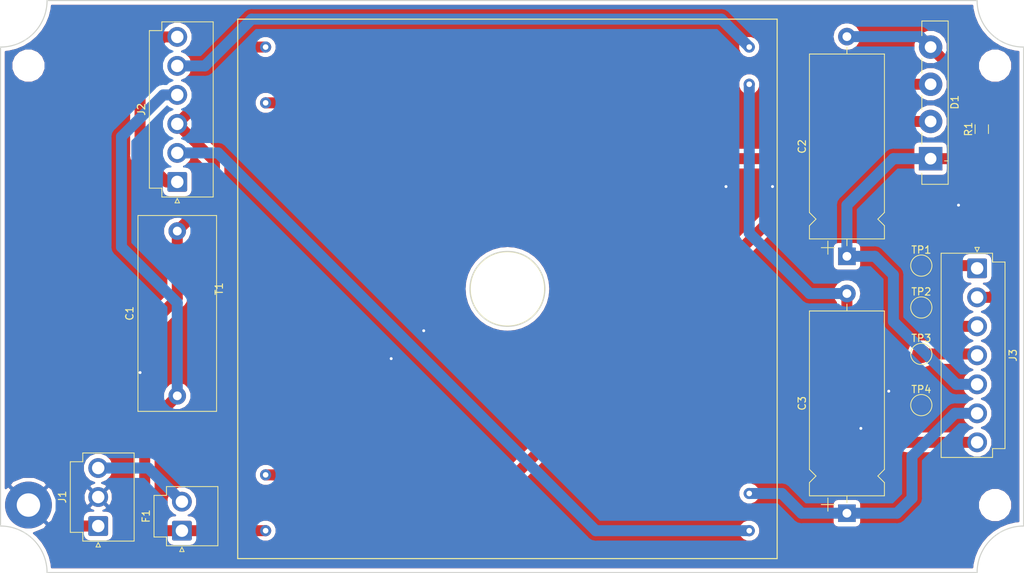
<source format=kicad_pcb>
(kicad_pcb (version 20171130) (host pcbnew "(5.0.2)-1")

  (general
    (thickness 1.6)
    (drawings 9)
    (tracks 91)
    (zones 0)
    (modules 18)
    (nets 17)
  )

  (page A4)
  (title_block
    (title "C64 Power Supply")
    (date 2019-05-12)
    (rev 0.1)
    (company www.MarkFromSales.com)
    (comment 1 "Made to fit Hammond RL6435 - http://www.hammondmfg.com/pdf/RL6435.pdf")
    (comment 2 https://github.com/MarkFromSales/Power-Stuff/tree/master/C64-Power-Supply)
  )

  (layers
    (0 F.Cu signal)
    (31 B.Cu signal)
    (32 B.Adhes user)
    (33 F.Adhes user)
    (34 B.Paste user)
    (35 F.Paste user)
    (36 B.SilkS user)
    (37 F.SilkS user)
    (38 B.Mask user)
    (39 F.Mask user)
    (40 Dwgs.User user)
    (41 Cmts.User user)
    (42 Eco1.User user)
    (43 Eco2.User user)
    (44 Edge.Cuts user)
    (45 Margin user)
    (46 B.CrtYd user)
    (47 F.CrtYd user)
    (48 B.Fab user)
    (49 F.Fab user)
  )

  (setup
    (last_trace_width 1.5)
    (trace_clearance 0.6)
    (zone_clearance 0.508)
    (zone_45_only no)
    (trace_min 0.2)
    (segment_width 0.2)
    (edge_width 0.15)
    (via_size 0.8)
    (via_drill 0.4)
    (via_min_size 0.4)
    (via_min_drill 0.3)
    (uvia_size 0.3)
    (uvia_drill 0.1)
    (uvias_allowed no)
    (uvia_min_size 0.2)
    (uvia_min_drill 0.1)
    (pcb_text_width 0.3)
    (pcb_text_size 1.5 1.5)
    (mod_edge_width 0.15)
    (mod_text_size 1 1)
    (mod_text_width 0.15)
    (pad_size 1.524 1.524)
    (pad_drill 0.762)
    (pad_to_mask_clearance 0.051)
    (solder_mask_min_width 0.25)
    (aux_axis_origin 0 0)
    (visible_elements FFFFFF7F)
    (pcbplotparams
      (layerselection 0x010fc_ffffffff)
      (usegerberextensions false)
      (usegerberattributes false)
      (usegerberadvancedattributes false)
      (creategerberjobfile false)
      (excludeedgelayer true)
      (linewidth 0.100000)
      (plotframeref false)
      (viasonmask false)
      (mode 1)
      (useauxorigin false)
      (hpglpennumber 1)
      (hpglpenspeed 20)
      (hpglpendiameter 15.000000)
      (psnegative false)
      (psa4output false)
      (plotreference true)
      (plotvalue true)
      (plotinvisibletext false)
      (padsonsilk false)
      (subtractmaskfromsilk false)
      (outputformat 1)
      (mirror false)
      (drillshape 1)
      (scaleselection 1)
      (outputdirectory ""))
  )

  (net 0 "")
  (net 1 "Net-(C1-Pad1)")
  (net 2 "Net-(C1-Pad2)")
  (net 3 "Net-(C2-Pad1)")
  (net 4 "Net-(C2-Pad2)")
  (net 5 "Net-(C3-Pad2)")
  (net 6 "Net-(C3-Pad1)")
  (net 7 "Net-(D1-Pad3)")
  (net 8 "Net-(D1-Pad2)")
  (net 9 "Net-(F1-Pad2)")
  (net 10 Earth)
  (net 11 "Net-(J2-Pad1)")
  (net 12 "Net-(J2-Pad2)")
  (net 13 "Net-(J2-Pad5)")
  (net 14 "Net-(J3-Pad1)")
  (net 15 "Net-(J3-Pad3)")
  (net 16 "Net-(J3-Pad4)")

  (net_class Default "This is the default net class."
    (clearance 0.6)
    (trace_width 1.5)
    (via_dia 0.8)
    (via_drill 0.4)
    (uvia_dia 0.3)
    (uvia_drill 0.1)
    (add_net Earth)
    (add_net "Net-(C1-Pad1)")
    (add_net "Net-(C1-Pad2)")
    (add_net "Net-(C2-Pad1)")
    (add_net "Net-(C2-Pad2)")
    (add_net "Net-(C3-Pad1)")
    (add_net "Net-(C3-Pad2)")
    (add_net "Net-(D1-Pad2)")
    (add_net "Net-(D1-Pad3)")
    (add_net "Net-(F1-Pad2)")
    (add_net "Net-(J2-Pad1)")
    (add_net "Net-(J2-Pad2)")
    (add_net "Net-(J2-Pad5)")
    (add_net "Net-(J3-Pad1)")
    (add_net "Net-(J3-Pad3)")
    (add_net "Net-(J3-Pad4)")
  )

  (module Capacitor_THT:C_Rect_L26.5mm_W10.5mm_P22.50mm_MKS4 (layer F.Cu) (tedit 5AE50EF0) (tstamp 5CFD5C50)
    (at 96.52 95.885 90)
    (descr "C, Rect series, Radial, pin pitch=22.50mm, , length*width=26.5*10.5mm^2, Capacitor, http://www.wima.com/EN/WIMA_MKS_4.pdf")
    (tags "C Rect series Radial pin pitch 22.50mm  length 26.5mm width 10.5mm Capacitor")
    (path /5CD8BFBC)
    (fp_text reference C1 (at 11.25 -6.5 90) (layer F.SilkS)
      (effects (font (size 1 1) (thickness 0.15)))
    )
    (fp_text value "0.1u / 300V" (at 11.25 6.5 90) (layer F.Fab)
      (effects (font (size 1 1) (thickness 0.15)))
    )
    (fp_line (start -2 -5.25) (end -2 5.25) (layer F.Fab) (width 0.1))
    (fp_line (start -2 5.25) (end 24.5 5.25) (layer F.Fab) (width 0.1))
    (fp_line (start 24.5 5.25) (end 24.5 -5.25) (layer F.Fab) (width 0.1))
    (fp_line (start 24.5 -5.25) (end -2 -5.25) (layer F.Fab) (width 0.1))
    (fp_line (start -2.12 -5.37) (end 24.62 -5.37) (layer F.SilkS) (width 0.12))
    (fp_line (start -2.12 5.37) (end 24.62 5.37) (layer F.SilkS) (width 0.12))
    (fp_line (start -2.12 -5.37) (end -2.12 5.37) (layer F.SilkS) (width 0.12))
    (fp_line (start 24.62 -5.37) (end 24.62 5.37) (layer F.SilkS) (width 0.12))
    (fp_line (start -2.25 -5.5) (end -2.25 5.5) (layer F.CrtYd) (width 0.05))
    (fp_line (start -2.25 5.5) (end 24.75 5.5) (layer F.CrtYd) (width 0.05))
    (fp_line (start 24.75 5.5) (end 24.75 -5.5) (layer F.CrtYd) (width 0.05))
    (fp_line (start 24.75 -5.5) (end -2.25 -5.5) (layer F.CrtYd) (width 0.05))
    (fp_text user %R (at 11.25 0 90) (layer F.Fab)
      (effects (font (size 1 1) (thickness 0.15)))
    )
    (pad 1 thru_hole circle (at 0 0 90) (size 2.4 2.4) (drill 1.2) (layers *.Cu *.Mask)
      (net 1 "Net-(C1-Pad1)"))
    (pad 2 thru_hole circle (at 22.5 0 90) (size 2.4 2.4) (drill 1.2) (layers *.Cu *.Mask)
      (net 2 "Net-(C1-Pad2)"))
    (model ${KISYS3DMOD}/Capacitor_THT.3dshapes/C_Rect_L26.5mm_W10.5mm_P22.50mm_MKS4.wrl
      (at (xyz 0 0 0))
      (scale (xyz 1 1 1))
      (rotate (xyz 0 0 0))
    )
  )

  (module Capacitor_THT:CP_Axial_L25.0mm_D10.0mm_P30.00mm_Horizontal (layer F.Cu) (tedit 5AE50EF2) (tstamp 5CFD5C77)
    (at 187.96 76.835 90)
    (descr "CP, Axial series, Axial, Horizontal, pin pitch=30mm, , length*diameter=25*10mm^2, Electrolytic Capacitor, , http://www.vishay.com/docs/28325/021asm.pdf")
    (tags "CP Axial series Axial Horizontal pin pitch 30mm  length 25mm diameter 10mm Electrolytic Capacitor")
    (path /5CD88BF6)
    (fp_text reference C2 (at 15 -6.12 90) (layer F.SilkS)
      (effects (font (size 1 1) (thickness 0.15)))
    )
    (fp_text value 50u (at 15 6.12 90) (layer F.Fab)
      (effects (font (size 1 1) (thickness 0.15)))
    )
    (fp_line (start 2.5 -5) (end 2.5 5) (layer F.Fab) (width 0.1))
    (fp_line (start 27.5 -5) (end 27.5 5) (layer F.Fab) (width 0.1))
    (fp_line (start 2.5 -5) (end 4.18 -5) (layer F.Fab) (width 0.1))
    (fp_line (start 4.18 -5) (end 5.08 -4.1) (layer F.Fab) (width 0.1))
    (fp_line (start 5.08 -4.1) (end 5.98 -5) (layer F.Fab) (width 0.1))
    (fp_line (start 5.98 -5) (end 27.5 -5) (layer F.Fab) (width 0.1))
    (fp_line (start 2.5 5) (end 4.18 5) (layer F.Fab) (width 0.1))
    (fp_line (start 4.18 5) (end 5.08 4.1) (layer F.Fab) (width 0.1))
    (fp_line (start 5.08 4.1) (end 5.98 5) (layer F.Fab) (width 0.1))
    (fp_line (start 5.98 5) (end 27.5 5) (layer F.Fab) (width 0.1))
    (fp_line (start 0 0) (end 2.5 0) (layer F.Fab) (width 0.1))
    (fp_line (start 30 0) (end 27.5 0) (layer F.Fab) (width 0.1))
    (fp_line (start 4.2 0) (end 6 0) (layer F.Fab) (width 0.1))
    (fp_line (start 5.1 -0.9) (end 5.1 0.9) (layer F.Fab) (width 0.1))
    (fp_line (start 0.28 -2.6) (end 2.08 -2.6) (layer F.SilkS) (width 0.12))
    (fp_line (start 1.18 -3.5) (end 1.18 -1.7) (layer F.SilkS) (width 0.12))
    (fp_line (start 2.38 -5.12) (end 2.38 5.12) (layer F.SilkS) (width 0.12))
    (fp_line (start 27.62 -5.12) (end 27.62 5.12) (layer F.SilkS) (width 0.12))
    (fp_line (start 2.38 -5.12) (end 4.18 -5.12) (layer F.SilkS) (width 0.12))
    (fp_line (start 4.18 -5.12) (end 5.08 -4.22) (layer F.SilkS) (width 0.12))
    (fp_line (start 5.08 -4.22) (end 5.98 -5.12) (layer F.SilkS) (width 0.12))
    (fp_line (start 5.98 -5.12) (end 27.62 -5.12) (layer F.SilkS) (width 0.12))
    (fp_line (start 2.38 5.12) (end 4.18 5.12) (layer F.SilkS) (width 0.12))
    (fp_line (start 4.18 5.12) (end 5.08 4.22) (layer F.SilkS) (width 0.12))
    (fp_line (start 5.08 4.22) (end 5.98 5.12) (layer F.SilkS) (width 0.12))
    (fp_line (start 5.98 5.12) (end 27.62 5.12) (layer F.SilkS) (width 0.12))
    (fp_line (start 1.44 0) (end 2.38 0) (layer F.SilkS) (width 0.12))
    (fp_line (start 28.56 0) (end 27.62 0) (layer F.SilkS) (width 0.12))
    (fp_line (start -1.45 -5.25) (end -1.45 5.25) (layer F.CrtYd) (width 0.05))
    (fp_line (start -1.45 5.25) (end 31.45 5.25) (layer F.CrtYd) (width 0.05))
    (fp_line (start 31.45 5.25) (end 31.45 -5.25) (layer F.CrtYd) (width 0.05))
    (fp_line (start 31.45 -5.25) (end -1.45 -5.25) (layer F.CrtYd) (width 0.05))
    (fp_text user %R (at 15 0 90) (layer F.Fab)
      (effects (font (size 1 1) (thickness 0.15)))
    )
    (pad 1 thru_hole rect (at 0 0 90) (size 2.4 2.4) (drill 1.2) (layers *.Cu *.Mask)
      (net 3 "Net-(C2-Pad1)"))
    (pad 2 thru_hole oval (at 30 0 90) (size 2.4 2.4) (drill 1.2) (layers *.Cu *.Mask)
      (net 4 "Net-(C2-Pad2)"))
    (model ${KISYS3DMOD}/Capacitor_THT.3dshapes/CP_Axial_L25.0mm_D10.0mm_P30.00mm_Horizontal.wrl
      (at (xyz 0 0 0))
      (scale (xyz 1 1 1))
      (rotate (xyz 0 0 0))
    )
  )

  (module Capacitor_THT:CP_Axial_L25.0mm_D10.0mm_P30.00mm_Horizontal (layer F.Cu) (tedit 5AE50EF2) (tstamp 5CFD5C9E)
    (at 187.96 111.915 90)
    (descr "CP, Axial series, Axial, Horizontal, pin pitch=30mm, , length*diameter=25*10mm^2, Electrolytic Capacitor, , http://www.vishay.com/docs/28325/021asm.pdf")
    (tags "CP Axial series Axial Horizontal pin pitch 30mm  length 25mm diameter 10mm Electrolytic Capacitor")
    (path /5CD89467)
    (fp_text reference C3 (at 15 -6.12 90) (layer F.SilkS)
      (effects (font (size 1 1) (thickness 0.15)))
    )
    (fp_text value 50u (at 15 6.12 90) (layer F.Fab)
      (effects (font (size 1 1) (thickness 0.15)))
    )
    (fp_text user %R (at 15 0 90) (layer F.Fab)
      (effects (font (size 1 1) (thickness 0.15)))
    )
    (fp_line (start 31.45 -5.25) (end -1.45 -5.25) (layer F.CrtYd) (width 0.05))
    (fp_line (start 31.45 5.25) (end 31.45 -5.25) (layer F.CrtYd) (width 0.05))
    (fp_line (start -1.45 5.25) (end 31.45 5.25) (layer F.CrtYd) (width 0.05))
    (fp_line (start -1.45 -5.25) (end -1.45 5.25) (layer F.CrtYd) (width 0.05))
    (fp_line (start 28.56 0) (end 27.62 0) (layer F.SilkS) (width 0.12))
    (fp_line (start 1.44 0) (end 2.38 0) (layer F.SilkS) (width 0.12))
    (fp_line (start 5.98 5.12) (end 27.62 5.12) (layer F.SilkS) (width 0.12))
    (fp_line (start 5.08 4.22) (end 5.98 5.12) (layer F.SilkS) (width 0.12))
    (fp_line (start 4.18 5.12) (end 5.08 4.22) (layer F.SilkS) (width 0.12))
    (fp_line (start 2.38 5.12) (end 4.18 5.12) (layer F.SilkS) (width 0.12))
    (fp_line (start 5.98 -5.12) (end 27.62 -5.12) (layer F.SilkS) (width 0.12))
    (fp_line (start 5.08 -4.22) (end 5.98 -5.12) (layer F.SilkS) (width 0.12))
    (fp_line (start 4.18 -5.12) (end 5.08 -4.22) (layer F.SilkS) (width 0.12))
    (fp_line (start 2.38 -5.12) (end 4.18 -5.12) (layer F.SilkS) (width 0.12))
    (fp_line (start 27.62 -5.12) (end 27.62 5.12) (layer F.SilkS) (width 0.12))
    (fp_line (start 2.38 -5.12) (end 2.38 5.12) (layer F.SilkS) (width 0.12))
    (fp_line (start 1.18 -3.5) (end 1.18 -1.7) (layer F.SilkS) (width 0.12))
    (fp_line (start 0.28 -2.6) (end 2.08 -2.6) (layer F.SilkS) (width 0.12))
    (fp_line (start 5.1 -0.9) (end 5.1 0.9) (layer F.Fab) (width 0.1))
    (fp_line (start 4.2 0) (end 6 0) (layer F.Fab) (width 0.1))
    (fp_line (start 30 0) (end 27.5 0) (layer F.Fab) (width 0.1))
    (fp_line (start 0 0) (end 2.5 0) (layer F.Fab) (width 0.1))
    (fp_line (start 5.98 5) (end 27.5 5) (layer F.Fab) (width 0.1))
    (fp_line (start 5.08 4.1) (end 5.98 5) (layer F.Fab) (width 0.1))
    (fp_line (start 4.18 5) (end 5.08 4.1) (layer F.Fab) (width 0.1))
    (fp_line (start 2.5 5) (end 4.18 5) (layer F.Fab) (width 0.1))
    (fp_line (start 5.98 -5) (end 27.5 -5) (layer F.Fab) (width 0.1))
    (fp_line (start 5.08 -4.1) (end 5.98 -5) (layer F.Fab) (width 0.1))
    (fp_line (start 4.18 -5) (end 5.08 -4.1) (layer F.Fab) (width 0.1))
    (fp_line (start 2.5 -5) (end 4.18 -5) (layer F.Fab) (width 0.1))
    (fp_line (start 27.5 -5) (end 27.5 5) (layer F.Fab) (width 0.1))
    (fp_line (start 2.5 -5) (end 2.5 5) (layer F.Fab) (width 0.1))
    (pad 2 thru_hole oval (at 30 0 90) (size 2.4 2.4) (drill 1.2) (layers *.Cu *.Mask)
      (net 5 "Net-(C3-Pad2)"))
    (pad 1 thru_hole rect (at 0 0 90) (size 2.4 2.4) (drill 1.2) (layers *.Cu *.Mask)
      (net 6 "Net-(C3-Pad1)"))
    (model ${KISYS3DMOD}/Capacitor_THT.3dshapes/CP_Axial_L25.0mm_D10.0mm_P30.00mm_Horizontal.wrl
      (at (xyz 0 0 0))
      (scale (xyz 1 1 1))
      (rotate (xyz 0 0 0))
    )
  )

  (module Diode_THT:Diode_Bridge_Vishay_GBU (layer F.Cu) (tedit 5A4F789A) (tstamp 5CFD5CBA)
    (at 199.39 63.5 90)
    (descr "Vishay GBU rectifier package, 5.08mm pitch, see http://www.vishay.com/docs/88606/g3sba20.pdf")
    (tags "Vishay GBU rectifier diode bridge")
    (path /5CD845B0)
    (fp_text reference D1 (at 7.7 3.3 270) (layer F.SilkS)
      (effects (font (size 1 1) (thickness 0.15)))
    )
    (fp_text value D_Bridge_+AA- (at 7.1 -2.5 270) (layer F.Fab)
      (effects (font (size 1 1) (thickness 0.15)))
    )
    (fp_text user %R (at 7.65 0.6 270) (layer F.Fab)
      (effects (font (size 1 1) (thickness 0.15)))
    )
    (fp_line (start -0.3 2.4) (end -0.3 1.9) (layer F.SilkS) (width 0.12))
    (fp_line (start -3.5 2.4) (end -3.5 -1.2) (layer F.SilkS) (width 0.12))
    (fp_line (start 18.8 2.4) (end -3.5 2.4) (layer F.SilkS) (width 0.12))
    (fp_line (start 18.8 -1.2) (end 18.8 2.4) (layer F.SilkS) (width 0.12))
    (fp_line (start 16.8 -1.2) (end 18.8 -1.2) (layer F.SilkS) (width 0.12))
    (fp_line (start 11.7 -1.2) (end 13.7 -1.2) (layer F.SilkS) (width 0.12))
    (fp_line (start 6.7 -1.2) (end 8.6 -1.2) (layer F.SilkS) (width 0.12))
    (fp_line (start 2 -1.2) (end 3.5 -1.2) (layer F.SilkS) (width 0.12))
    (fp_line (start -3.5 -1.2) (end -2 -1.2) (layer F.SilkS) (width 0.12))
    (fp_line (start -0.3 2.3) (end -0.3 -1.1) (layer F.Fab) (width 0.1))
    (fp_line (start -3.4 1.3) (end -3.4 -1.1) (layer F.Fab) (width 0.1))
    (fp_line (start -2.5 2.3) (end -3.4 1.3) (layer F.Fab) (width 0.1))
    (fp_line (start 18.7 2.3) (end -2.5 2.3) (layer F.Fab) (width 0.1))
    (fp_line (start 18.7 -1.1) (end 18.7 2.3) (layer F.Fab) (width 0.12))
    (fp_line (start -3.4 -1.1) (end 18.7 -1.1) (layer F.Fab) (width 0.1))
    (fp_line (start -3.65 2.55) (end 18.95 2.55) (layer F.CrtYd) (width 0.05))
    (fp_line (start -3.65 2.55) (end -3.65 -1.85) (layer F.CrtYd) (width 0.05))
    (fp_line (start 18.95 -1.85) (end 18.95 2.55) (layer F.CrtYd) (width 0.05))
    (fp_line (start 18.95 -1.85) (end -3.65 -1.85) (layer F.CrtYd) (width 0.05))
    (pad 4 thru_hole circle (at 15.24 0 90) (size 3.2 3.2) (drill 1.6) (layers *.Cu *.Mask)
      (net 4 "Net-(C2-Pad2)"))
    (pad 3 thru_hole circle (at 10.16 0 90) (size 3.2 3.2) (drill 1.6) (layers *.Cu *.Mask)
      (net 7 "Net-(D1-Pad3)"))
    (pad 2 thru_hole circle (at 5.08 0 90) (size 3.2 3.2) (drill 1.6) (layers *.Cu *.Mask)
      (net 8 "Net-(D1-Pad2)"))
    (pad 1 thru_hole rect (at 0 0 90) (size 3.2 3.2) (drill 1.6) (layers *.Cu *.Mask)
      (net 3 "Net-(C2-Pad1)"))
    (model ${KISYS3DMOD}/Diode_THT.3dshapes/Diode_Bridge_Vishay_GBU.wrl
      (at (xyz 0 0 0))
      (scale (xyz 1 1 1))
      (rotate (xyz 0 0 0))
    )
  )

  (module Connector_JST:JST_VH_B2P-VH_1x02_P3.96mm_Vertical (layer F.Cu) (tedit 5B774DBC) (tstamp 5CFD6746)
    (at 97.155 114.3 90)
    (descr "JST VH series connector, B2P-VH (http://www.jst-mfg.com/product/pdf/eng/eVH.pdf), generated with kicad-footprint-generator")
    (tags "connector JST VH side entry")
    (path /5CD8A9CE)
    (fp_text reference F1 (at 1.98 -4.9 90) (layer F.SilkS)
      (effects (font (size 1 1) (thickness 0.15)))
    )
    (fp_text value Fuse (at 1.98 6 90) (layer F.Fab)
      (effects (font (size 1 1) (thickness 0.15)))
    )
    (fp_line (start -1.95 -2) (end -1.95 4.8) (layer F.Fab) (width 0.1))
    (fp_line (start -1.95 4.8) (end 5.91 4.8) (layer F.Fab) (width 0.1))
    (fp_line (start 5.91 4.8) (end 5.91 -2) (layer F.Fab) (width 0.1))
    (fp_line (start 5.91 -2) (end -1.95 -2) (layer F.Fab) (width 0.1))
    (fp_line (start -0.75 -2) (end -0.75 -3.7) (layer F.Fab) (width 0.1))
    (fp_line (start -0.75 -3.7) (end 4.71 -3.7) (layer F.Fab) (width 0.1))
    (fp_line (start 4.71 -3.7) (end 4.71 -2) (layer F.Fab) (width 0.1))
    (fp_line (start -1.95 -1) (end -0.95 0) (layer F.Fab) (width 0.1))
    (fp_line (start -1.95 1) (end -0.95 0) (layer F.Fab) (width 0.1))
    (fp_line (start -2.45 -4.2) (end -2.45 5.3) (layer F.CrtYd) (width 0.05))
    (fp_line (start -2.45 5.3) (end 6.41 5.3) (layer F.CrtYd) (width 0.05))
    (fp_line (start 6.41 5.3) (end 6.41 -4.2) (layer F.CrtYd) (width 0.05))
    (fp_line (start 6.41 -4.2) (end -2.45 -4.2) (layer F.CrtYd) (width 0.05))
    (fp_line (start -2.06 4.91) (end -2.06 -2.11) (layer F.SilkS) (width 0.12))
    (fp_line (start -2.06 -2.11) (end -0.86 -2.11) (layer F.SilkS) (width 0.12))
    (fp_line (start -0.86 -2.11) (end -0.86 -3.81) (layer F.SilkS) (width 0.12))
    (fp_line (start -0.86 -3.81) (end 4.82 -3.81) (layer F.SilkS) (width 0.12))
    (fp_line (start 4.82 -3.81) (end 4.82 -2.11) (layer F.SilkS) (width 0.12))
    (fp_line (start 4.82 -2.11) (end 6.02 -2.11) (layer F.SilkS) (width 0.12))
    (fp_line (start 6.02 -2.11) (end 6.02 4.91) (layer F.SilkS) (width 0.12))
    (fp_line (start 6.02 4.91) (end -2.06 4.91) (layer F.SilkS) (width 0.12))
    (fp_line (start -2.26 0) (end -2.86 0.3) (layer F.SilkS) (width 0.12))
    (fp_line (start -2.86 0.3) (end -2.86 -0.3) (layer F.SilkS) (width 0.12))
    (fp_line (start -2.86 -0.3) (end -2.26 0) (layer F.SilkS) (width 0.12))
    (fp_text user %R (at 1.98 4.1 90) (layer F.Fab)
      (effects (font (size 1 1) (thickness 0.15)))
    )
    (pad 1 thru_hole roundrect (at 0 0 90) (size 2.7 2.7) (drill 1.7) (layers *.Cu *.Mask) (roundrect_rratio 0.09259299999999999)
      (net 1 "Net-(C1-Pad1)"))
    (pad 2 thru_hole circle (at 3.96 0 90) (size 2.7 2.7) (drill 1.7) (layers *.Cu *.Mask)
      (net 9 "Net-(F1-Pad2)"))
    (model ${KISYS3DMOD}/Connector_JST.3dshapes/JST_VH_B2P-VH_1x02_P3.96mm_Vertical.wrl
      (at (xyz 0 0 0))
      (scale (xyz 1 1 1))
      (rotate (xyz 0 0 0))
    )
  )

  (module Connector_JST:JST_VH_B3P-VH_1x03_P3.96mm_Vertical (layer F.Cu) (tedit 5B774DBC) (tstamp 5CFD5CF9)
    (at 85.725 113.665 90)
    (descr "JST VH series connector, B3P-VH (http://www.jst-mfg.com/product/pdf/eng/eVH.pdf), generated with kicad-footprint-generator")
    (tags "connector JST VH side entry")
    (path /5CD8432A)
    (fp_text reference J1 (at 3.96 -4.9 90) (layer F.SilkS)
      (effects (font (size 1 1) (thickness 0.15)))
    )
    (fp_text value PWR_IN (at 3.96 6 90) (layer F.Fab)
      (effects (font (size 1 1) (thickness 0.15)))
    )
    (fp_line (start -1.95 -2) (end -1.95 4.8) (layer F.Fab) (width 0.1))
    (fp_line (start -1.95 4.8) (end 9.87 4.8) (layer F.Fab) (width 0.1))
    (fp_line (start 9.87 4.8) (end 9.87 -2) (layer F.Fab) (width 0.1))
    (fp_line (start 9.87 -2) (end -1.95 -2) (layer F.Fab) (width 0.1))
    (fp_line (start -0.75 -2) (end -0.75 -3.7) (layer F.Fab) (width 0.1))
    (fp_line (start -0.75 -3.7) (end 8.67 -3.7) (layer F.Fab) (width 0.1))
    (fp_line (start 8.67 -3.7) (end 8.67 -2) (layer F.Fab) (width 0.1))
    (fp_line (start -1.95 -1) (end -0.95 0) (layer F.Fab) (width 0.1))
    (fp_line (start -1.95 1) (end -0.95 0) (layer F.Fab) (width 0.1))
    (fp_line (start -2.45 -4.2) (end -2.45 5.3) (layer F.CrtYd) (width 0.05))
    (fp_line (start -2.45 5.3) (end 10.37 5.3) (layer F.CrtYd) (width 0.05))
    (fp_line (start 10.37 5.3) (end 10.37 -4.2) (layer F.CrtYd) (width 0.05))
    (fp_line (start 10.37 -4.2) (end -2.45 -4.2) (layer F.CrtYd) (width 0.05))
    (fp_line (start -2.06 4.91) (end -2.06 -2.11) (layer F.SilkS) (width 0.12))
    (fp_line (start -2.06 -2.11) (end -0.86 -2.11) (layer F.SilkS) (width 0.12))
    (fp_line (start -0.86 -2.11) (end -0.86 -3.81) (layer F.SilkS) (width 0.12))
    (fp_line (start -0.86 -3.81) (end 8.78 -3.81) (layer F.SilkS) (width 0.12))
    (fp_line (start 8.78 -3.81) (end 8.78 -2.11) (layer F.SilkS) (width 0.12))
    (fp_line (start 8.78 -2.11) (end 9.98 -2.11) (layer F.SilkS) (width 0.12))
    (fp_line (start 9.98 -2.11) (end 9.98 4.91) (layer F.SilkS) (width 0.12))
    (fp_line (start 9.98 4.91) (end -2.06 4.91) (layer F.SilkS) (width 0.12))
    (fp_line (start -2.26 0) (end -2.86 0.3) (layer F.SilkS) (width 0.12))
    (fp_line (start -2.86 0.3) (end -2.86 -0.3) (layer F.SilkS) (width 0.12))
    (fp_line (start -2.86 -0.3) (end -2.26 0) (layer F.SilkS) (width 0.12))
    (fp_text user %R (at 3.96 4.1 90) (layer F.Fab)
      (effects (font (size 1 1) (thickness 0.15)))
    )
    (pad 1 thru_hole roundrect (at 0 0 90) (size 2.7 2.7) (drill 1.7) (layers *.Cu *.Mask) (roundrect_rratio 0.09259299999999999)
      (net 2 "Net-(C1-Pad2)"))
    (pad 2 thru_hole circle (at 3.96 0 90) (size 2.7 2.7) (drill 1.7) (layers *.Cu *.Mask)
      (net 10 Earth))
    (pad 3 thru_hole circle (at 7.92 0 90) (size 2.7 2.7) (drill 1.7) (layers *.Cu *.Mask)
      (net 9 "Net-(F1-Pad2)"))
    (model ${KISYS3DMOD}/Connector_JST.3dshapes/JST_VH_B3P-VH_1x03_P3.96mm_Vertical.wrl
      (at (xyz 0 0 0))
      (scale (xyz 1 1 1))
      (rotate (xyz 0 0 0))
    )
  )

  (module Connector_JST:JST_VH_B6P-VH_1x06_P3.96mm_Vertical (layer F.Cu) (tedit 5B774DBC) (tstamp 5CFD5D1C)
    (at 96.52 66.675 90)
    (descr "JST VH series connector, B6P-VH (http://www.jst-mfg.com/product/pdf/eng/eVH.pdf), generated with kicad-footprint-generator")
    (tags "connector JST VH side entry")
    (path /5CD8FB71)
    (fp_text reference J2 (at 9.9 -4.9 90) (layer F.SilkS)
      (effects (font (size 1 1) (thickness 0.15)))
    )
    (fp_text value V_Select (at 9.9 6 90) (layer F.Fab)
      (effects (font (size 1 1) (thickness 0.15)))
    )
    (fp_line (start -1.95 -2) (end -1.95 4.8) (layer F.Fab) (width 0.1))
    (fp_line (start -1.95 4.8) (end 21.75 4.8) (layer F.Fab) (width 0.1))
    (fp_line (start 21.75 4.8) (end 21.75 -2) (layer F.Fab) (width 0.1))
    (fp_line (start 21.75 -2) (end -1.95 -2) (layer F.Fab) (width 0.1))
    (fp_line (start -0.75 -2) (end -0.75 -3.7) (layer F.Fab) (width 0.1))
    (fp_line (start -0.75 -3.7) (end 20.55 -3.7) (layer F.Fab) (width 0.1))
    (fp_line (start 20.55 -3.7) (end 20.55 -2) (layer F.Fab) (width 0.1))
    (fp_line (start -1.95 -1) (end -0.95 0) (layer F.Fab) (width 0.1))
    (fp_line (start -1.95 1) (end -0.95 0) (layer F.Fab) (width 0.1))
    (fp_line (start -2.45 -4.2) (end -2.45 5.3) (layer F.CrtYd) (width 0.05))
    (fp_line (start -2.45 5.3) (end 22.25 5.3) (layer F.CrtYd) (width 0.05))
    (fp_line (start 22.25 5.3) (end 22.25 -4.2) (layer F.CrtYd) (width 0.05))
    (fp_line (start 22.25 -4.2) (end -2.45 -4.2) (layer F.CrtYd) (width 0.05))
    (fp_line (start -2.06 4.91) (end -2.06 -2.11) (layer F.SilkS) (width 0.12))
    (fp_line (start -2.06 -2.11) (end -0.86 -2.11) (layer F.SilkS) (width 0.12))
    (fp_line (start -0.86 -2.11) (end -0.86 -3.81) (layer F.SilkS) (width 0.12))
    (fp_line (start -0.86 -3.81) (end 20.66 -3.81) (layer F.SilkS) (width 0.12))
    (fp_line (start 20.66 -3.81) (end 20.66 -2.11) (layer F.SilkS) (width 0.12))
    (fp_line (start 20.66 -2.11) (end 21.86 -2.11) (layer F.SilkS) (width 0.12))
    (fp_line (start 21.86 -2.11) (end 21.86 4.91) (layer F.SilkS) (width 0.12))
    (fp_line (start 21.86 4.91) (end -2.06 4.91) (layer F.SilkS) (width 0.12))
    (fp_line (start -2.26 0) (end -2.86 0.3) (layer F.SilkS) (width 0.12))
    (fp_line (start -2.86 0.3) (end -2.86 -0.3) (layer F.SilkS) (width 0.12))
    (fp_line (start -2.86 -0.3) (end -2.26 0) (layer F.SilkS) (width 0.12))
    (fp_text user %R (at 9.9 4.1 90) (layer F.Fab)
      (effects (font (size 1 1) (thickness 0.15)))
    )
    (pad 1 thru_hole roundrect (at 0 0 90) (size 2.7 2.7) (drill 1.7) (layers *.Cu *.Mask) (roundrect_rratio 0.09259299999999999)
      (net 11 "Net-(J2-Pad1)"))
    (pad 2 thru_hole circle (at 3.96 0 90) (size 2.7 2.7) (drill 1.7) (layers *.Cu *.Mask)
      (net 12 "Net-(J2-Pad2)"))
    (pad 3 thru_hole circle (at 7.92 0 90) (size 2.7 2.7) (drill 1.7) (layers *.Cu *.Mask)
      (net 2 "Net-(C1-Pad2)"))
    (pad 4 thru_hole circle (at 11.88 0 90) (size 2.7 2.7) (drill 1.7) (layers *.Cu *.Mask)
      (net 1 "Net-(C1-Pad1)"))
    (pad 5 thru_hole circle (at 15.84 0 90) (size 2.7 2.7) (drill 1.7) (layers *.Cu *.Mask)
      (net 13 "Net-(J2-Pad5)"))
    (pad 6 thru_hole circle (at 19.8 0 90) (size 2.7 2.7) (drill 1.7) (layers *.Cu *.Mask)
      (net 11 "Net-(J2-Pad1)"))
    (model ${KISYS3DMOD}/Connector_JST.3dshapes/JST_VH_B6P-VH_1x06_P3.96mm_Vertical.wrl
      (at (xyz 0 0 0))
      (scale (xyz 1 1 1))
      (rotate (xyz 0 0 0))
    )
  )

  (module Resistor_SMD:R_1206_3216Metric_Pad1.42x1.75mm_HandSolder (layer F.Cu) (tedit 5B301BBD) (tstamp 5CFD5D4E)
    (at 206.375 59.4725 90)
    (descr "Resistor SMD 1206 (3216 Metric), square (rectangular) end terminal, IPC_7351 nominal with elongated pad for handsoldering. (Body size source: http://www.tortai-tech.com/upload/download/2011102023233369053.pdf), generated with kicad-footprint-generator")
    (tags "resistor handsolder")
    (path /5CD88C6A)
    (attr smd)
    (fp_text reference R1 (at 0 -1.82 90) (layer F.SilkS)
      (effects (font (size 1 1) (thickness 0.15)))
    )
    (fp_text value 1K (at 0 1.82 90) (layer F.Fab)
      (effects (font (size 1 1) (thickness 0.15)))
    )
    (fp_line (start -1.6 0.8) (end -1.6 -0.8) (layer F.Fab) (width 0.1))
    (fp_line (start -1.6 -0.8) (end 1.6 -0.8) (layer F.Fab) (width 0.1))
    (fp_line (start 1.6 -0.8) (end 1.6 0.8) (layer F.Fab) (width 0.1))
    (fp_line (start 1.6 0.8) (end -1.6 0.8) (layer F.Fab) (width 0.1))
    (fp_line (start -0.602064 -0.91) (end 0.602064 -0.91) (layer F.SilkS) (width 0.12))
    (fp_line (start -0.602064 0.91) (end 0.602064 0.91) (layer F.SilkS) (width 0.12))
    (fp_line (start -2.45 1.12) (end -2.45 -1.12) (layer F.CrtYd) (width 0.05))
    (fp_line (start -2.45 -1.12) (end 2.45 -1.12) (layer F.CrtYd) (width 0.05))
    (fp_line (start 2.45 -1.12) (end 2.45 1.12) (layer F.CrtYd) (width 0.05))
    (fp_line (start 2.45 1.12) (end -2.45 1.12) (layer F.CrtYd) (width 0.05))
    (fp_text user %R (at 0 0 90) (layer F.Fab)
      (effects (font (size 0.8 0.8) (thickness 0.12)))
    )
    (pad 1 smd roundrect (at -1.4875 0 90) (size 1.425 1.75) (layers F.Cu F.Paste F.Mask) (roundrect_rratio 0.175439)
      (net 3 "Net-(C2-Pad1)"))
    (pad 2 smd roundrect (at 1.4875 0 90) (size 1.425 1.75) (layers F.Cu F.Paste F.Mask) (roundrect_rratio 0.175439)
      (net 4 "Net-(C2-Pad2)"))
    (model ${KISYS3DMOD}/Resistor_SMD.3dshapes/R_1206_3216Metric.wrl
      (at (xyz 0 0 0))
      (scale (xyz 1 1 1))
      (rotate (xyz 0 0 0))
    )
  )

  (module MarkFromSales:Amgis_L01-6371 (layer F.Cu) (tedit 5CD85DF0) (tstamp 5CFD5D5F)
    (at 141.605 81.28 90)
    (path /5CD887AD)
    (fp_text reference T1 (at 0 -39.37 90) (layer F.SilkS)
      (effects (font (size 1 1) (thickness 0.15)))
    )
    (fp_text value Transformer_2P_2S (at 0 -34.29 90) (layer F.Fab)
      (effects (font (size 1 1) (thickness 0.15)))
    )
    (fp_line (start -36.83 -36.83) (end 36.83 -36.83) (layer F.SilkS) (width 0.15))
    (fp_line (start 36.83 -36.83) (end 36.83 36.83) (layer F.SilkS) (width 0.15))
    (fp_line (start 36.83 36.83) (end -36.83 36.83) (layer F.SilkS) (width 0.15))
    (fp_line (start -36.83 36.83) (end -36.83 -36.83) (layer F.SilkS) (width 0.15))
    (fp_circle (center 0 0) (end 0 -5.08) (layer F.SilkS) (width 0.15))
    (pad 1 thru_hole circle (at -33.02 -33.02 90) (size 1.524 1.524) (drill 0.762) (layers *.Cu *.Mask)
      (net 1 "Net-(C1-Pad1)"))
    (pad 2 thru_hole circle (at -33.02 33.02 90) (size 1.524 1.524) (drill 0.762) (layers *.Cu *.Mask)
      (net 12 "Net-(J2-Pad2)"))
    (pad 3 thru_hole circle (at 33.02 33.02 90) (size 1.524 1.524) (drill 0.762) (layers *.Cu *.Mask)
      (net 13 "Net-(J2-Pad5)"))
    (pad 4 thru_hole circle (at 33.02 -33.02 90) (size 1.524 1.524) (drill 0.762) (layers *.Cu *.Mask)
      (net 2 "Net-(C1-Pad2)"))
    (pad 5 thru_hole circle (at -25.4 -33.02 90) (size 1.524 1.524) (drill 0.762) (layers *.Cu *.Mask)
      (net 8 "Net-(D1-Pad2)"))
    (pad 6 thru_hole circle (at 25.4 -33.02 90) (size 1.524 1.524) (drill 0.762) (layers *.Cu *.Mask)
      (net 7 "Net-(D1-Pad3)"))
    (pad 7 thru_hole circle (at -27.94 33.02 90) (size 1.524 1.524) (drill 0.762) (layers *.Cu *.Mask)
      (net 6 "Net-(C3-Pad1)"))
    (pad 8 thru_hole circle (at 27.94 33.02 90) (size 1.524 1.524) (drill 0.762) (layers *.Cu *.Mask)
      (net 5 "Net-(C3-Pad2)"))
  )

  (module MountingHole:MountingHole_3.2mm_M3 (layer F.Cu) (tedit 5CD86566) (tstamp 5CFD720D)
    (at 76.2 50.8)
    (descr "Mounting Hole 3.2mm, no annular, M3")
    (tags "mounting hole 3.2mm no annular m3")
    (path /5CDA9029)
    (attr virtual)
    (fp_text reference H1 (at 0 0) (layer F.SilkS)
      (effects (font (size 1 1) (thickness 0.15)))
    )
    (fp_text value MountingHole (at 0 4.2) (layer F.Fab) hide
      (effects (font (size 1 1) (thickness 0.15)))
    )
    (fp_text user %R (at 0.3 0) (layer F.Fab)
      (effects (font (size 1 1) (thickness 0.15)))
    )
    (fp_circle (center 0 0) (end 3.2 0) (layer Cmts.User) (width 0.15))
    (fp_circle (center 0 0) (end 3.45 0) (layer F.CrtYd) (width 0.05))
    (pad 1 np_thru_hole circle (at 0 0) (size 3.2 3.2) (drill 3.2) (layers *.Cu *.Mask))
  )

  (module MountingHole:MountingHole_3.2mm_M3 (layer F.Cu) (tedit 5CD86534) (tstamp 5CFD7965)
    (at 208.2 50.8)
    (descr "Mounting Hole 3.2mm, no annular, M3")
    (tags "mounting hole 3.2mm no annular m3")
    (path /5CDA9077)
    (attr virtual)
    (fp_text reference H2 (at 0 0) (layer F.SilkS)
      (effects (font (size 1 1) (thickness 0.15)))
    )
    (fp_text value MountingHole (at 0 4.2) (layer F.Fab) hide
      (effects (font (size 1 1) (thickness 0.15)))
    )
    (fp_text user %R (at 0.3 0) (layer F.Fab)
      (effects (font (size 1 1) (thickness 0.15)))
    )
    (fp_circle (center 0 0) (end 3.2 0) (layer Cmts.User) (width 0.15))
    (fp_circle (center 0 0) (end 3.45 0) (layer F.CrtYd) (width 0.05))
    (pad 1 np_thru_hole circle (at 0 0) (size 3.2 3.2) (drill 3.2) (layers *.Cu *.Mask))
  )

  (module MountingHole:MountingHole_3.2mm_M3 (layer F.Cu) (tedit 5CD86525) (tstamp 5CFD7C8E)
    (at 208.2 110.8)
    (descr "Mounting Hole 3.2mm, no annular, M3")
    (tags "mounting hole 3.2mm no annular m3")
    (path /5CDA90A5)
    (attr virtual)
    (fp_text reference H3 (at 0 0) (layer F.SilkS)
      (effects (font (size 1 1) (thickness 0.15)))
    )
    (fp_text value MountingHole (at 0 4.2) (layer F.Fab) hide
      (effects (font (size 1 1) (thickness 0.15)))
    )
    (fp_circle (center 0 0) (end 3.45 0) (layer F.CrtYd) (width 0.05))
    (fp_circle (center 0 0) (end 3.2 0) (layer Cmts.User) (width 0.15))
    (fp_text user %R (at 0.3 0) (layer F.Fab)
      (effects (font (size 1 1) (thickness 0.15)))
    )
    (pad 1 np_thru_hole circle (at 0 0) (size 3.2 3.2) (drill 3.2) (layers *.Cu *.Mask))
  )

  (module MountingHole:MountingHole_3.2mm_M3_Pad (layer F.Cu) (tedit 5CD86559) (tstamp 5CFD7225)
    (at 76.2 110.8)
    (descr "Mounting Hole 3.2mm, M3")
    (tags "mounting hole 3.2mm m3")
    (path /5CDA9182)
    (attr virtual)
    (fp_text reference H4 (at 0 0) (layer F.SilkS)
      (effects (font (size 1 1) (thickness 0.15)))
    )
    (fp_text value MountingHole_Pad (at 0 4.2) (layer F.Fab) hide
      (effects (font (size 1 1) (thickness 0.15)))
    )
    (fp_text user %R (at 0.3 0) (layer F.Fab)
      (effects (font (size 1 1) (thickness 0.15)))
    )
    (fp_circle (center 0 0) (end 3.2 0) (layer Cmts.User) (width 0.15))
    (fp_circle (center 0 0) (end 3.45 0) (layer F.CrtYd) (width 0.05))
    (pad 1 thru_hole circle (at 0 0) (size 6.4 6.4) (drill 3.2) (layers *.Cu *.Mask)
      (net 10 Earth))
  )

  (module Connector_JST:JST_VH_B7P-VH_1x07_P3.96mm_Vertical (layer F.Cu) (tedit 5B774DBC) (tstamp 5CFD7226)
    (at 205.74 78.475 270)
    (descr "JST VH series connector, B7P-VH (http://www.jst-mfg.com/product/pdf/eng/eVH.pdf), generated with kicad-footprint-generator")
    (tags "connector JST VH side entry")
    (path /5CDAA21C)
    (fp_text reference J3 (at 11.88 -4.9 270) (layer F.SilkS)
      (effects (font (size 1 1) (thickness 0.15)))
    )
    (fp_text value Conn_01x07 (at 11.88 6 270) (layer F.Fab)
      (effects (font (size 1 1) (thickness 0.15)))
    )
    (fp_line (start -1.95 -2) (end -1.95 4.8) (layer F.Fab) (width 0.1))
    (fp_line (start -1.95 4.8) (end 25.71 4.8) (layer F.Fab) (width 0.1))
    (fp_line (start 25.71 4.8) (end 25.71 -2) (layer F.Fab) (width 0.1))
    (fp_line (start 25.71 -2) (end -1.95 -2) (layer F.Fab) (width 0.1))
    (fp_line (start -0.75 -2) (end -0.75 -3.7) (layer F.Fab) (width 0.1))
    (fp_line (start -0.75 -3.7) (end 24.51 -3.7) (layer F.Fab) (width 0.1))
    (fp_line (start 24.51 -3.7) (end 24.51 -2) (layer F.Fab) (width 0.1))
    (fp_line (start -1.95 -1) (end -0.95 0) (layer F.Fab) (width 0.1))
    (fp_line (start -1.95 1) (end -0.95 0) (layer F.Fab) (width 0.1))
    (fp_line (start -2.45 -4.2) (end -2.45 5.3) (layer F.CrtYd) (width 0.05))
    (fp_line (start -2.45 5.3) (end 26.21 5.3) (layer F.CrtYd) (width 0.05))
    (fp_line (start 26.21 5.3) (end 26.21 -4.2) (layer F.CrtYd) (width 0.05))
    (fp_line (start 26.21 -4.2) (end -2.45 -4.2) (layer F.CrtYd) (width 0.05))
    (fp_line (start -2.06 4.91) (end -2.06 -2.11) (layer F.SilkS) (width 0.12))
    (fp_line (start -2.06 -2.11) (end -0.86 -2.11) (layer F.SilkS) (width 0.12))
    (fp_line (start -0.86 -2.11) (end -0.86 -3.81) (layer F.SilkS) (width 0.12))
    (fp_line (start -0.86 -3.81) (end 24.62 -3.81) (layer F.SilkS) (width 0.12))
    (fp_line (start 24.62 -3.81) (end 24.62 -2.11) (layer F.SilkS) (width 0.12))
    (fp_line (start 24.62 -2.11) (end 25.82 -2.11) (layer F.SilkS) (width 0.12))
    (fp_line (start 25.82 -2.11) (end 25.82 4.91) (layer F.SilkS) (width 0.12))
    (fp_line (start 25.82 4.91) (end -2.06 4.91) (layer F.SilkS) (width 0.12))
    (fp_line (start -2.26 0) (end -2.86 0.3) (layer F.SilkS) (width 0.12))
    (fp_line (start -2.86 0.3) (end -2.86 -0.3) (layer F.SilkS) (width 0.12))
    (fp_line (start -2.86 -0.3) (end -2.26 0) (layer F.SilkS) (width 0.12))
    (fp_text user %R (at 11.88 4.1 270) (layer F.Fab)
      (effects (font (size 1 1) (thickness 0.15)))
    )
    (pad 1 thru_hole roundrect (at 0 0 270) (size 2.7 2.7) (drill 1.7) (layers *.Cu *.Mask) (roundrect_rratio 0.09259299999999999)
      (net 14 "Net-(J3-Pad1)"))
    (pad 2 thru_hole circle (at 3.96 0 270) (size 2.7 2.7) (drill 1.7) (layers *.Cu *.Mask)
      (net 4 "Net-(C2-Pad2)"))
    (pad 3 thru_hole circle (at 7.92 0 270) (size 2.7 2.7) (drill 1.7) (layers *.Cu *.Mask)
      (net 15 "Net-(J3-Pad3)"))
    (pad 4 thru_hole circle (at 11.88 0 270) (size 2.7 2.7) (drill 1.7) (layers *.Cu *.Mask)
      (net 16 "Net-(J3-Pad4)"))
    (pad 5 thru_hole circle (at 15.84 0 270) (size 2.7 2.7) (drill 1.7) (layers *.Cu *.Mask)
      (net 3 "Net-(C2-Pad1)"))
    (pad 6 thru_hole circle (at 19.8 0 270) (size 2.7 2.7) (drill 1.7) (layers *.Cu *.Mask)
      (net 6 "Net-(C3-Pad1)"))
    (pad 7 thru_hole circle (at 23.76 0 270) (size 2.7 2.7) (drill 1.7) (layers *.Cu *.Mask)
      (net 5 "Net-(C3-Pad2)"))
    (model ${KISYS3DMOD}/Connector_JST.3dshapes/JST_VH_B7P-VH_1x07_P3.96mm_Vertical.wrl
      (at (xyz 0 0 0))
      (scale (xyz 1 1 1))
      (rotate (xyz 0 0 0))
    )
  )

  (module TestPoint:TestPoint_Pad_D2.5mm (layer F.Cu) (tedit 5CD865A9) (tstamp 5CFD7250)
    (at 198.12 78.105)
    (descr "SMD pad as test Point, diameter 2.5mm")
    (tags "test point SMD pad")
    (path /5CDBD571)
    (attr virtual)
    (fp_text reference TP1 (at 0 -2.148) (layer F.SilkS)
      (effects (font (size 1 1) (thickness 0.15)))
    )
    (fp_text value TestPoint (at 0 2.25) (layer F.Fab) hide
      (effects (font (size 1 1) (thickness 0.15)))
    )
    (fp_circle (center 0 0) (end 0 1.45) (layer F.SilkS) (width 0.12))
    (fp_circle (center 0 0) (end 1.75 0) (layer F.CrtYd) (width 0.05))
    (fp_text user %R (at 0 -2.15) (layer F.Fab)
      (effects (font (size 1 1) (thickness 0.15)))
    )
    (pad 1 smd circle (at 0 0) (size 2.5 2.5) (layers F.Cu F.Mask)
      (net 14 "Net-(J3-Pad1)"))
  )

  (module TestPoint:TestPoint_Pad_D2.5mm (layer F.Cu) (tedit 5CD865AD) (tstamp 5CFD7258)
    (at 198.12 83.82)
    (descr "SMD pad as test Point, diameter 2.5mm")
    (tags "test point SMD pad")
    (path /5CDBD53D)
    (attr virtual)
    (fp_text reference TP2 (at 0 -2.148) (layer F.SilkS)
      (effects (font (size 1 1) (thickness 0.15)))
    )
    (fp_text value TestPoint (at 0 2.25) (layer F.Fab) hide
      (effects (font (size 1 1) (thickness 0.15)))
    )
    (fp_circle (center 0 0) (end 0 1.45) (layer F.SilkS) (width 0.12))
    (fp_circle (center 0 0) (end 1.75 0) (layer F.CrtYd) (width 0.05))
    (fp_text user %R (at 0 -2.15) (layer F.Fab)
      (effects (font (size 1 1) (thickness 0.15)))
    )
    (pad 1 smd circle (at 0 0) (size 2.5 2.5) (layers F.Cu F.Mask)
      (net 15 "Net-(J3-Pad3)"))
  )

  (module TestPoint:TestPoint_Pad_D2.5mm (layer F.Cu) (tedit 5CD865B0) (tstamp 5CFD7260)
    (at 198.12 90.17)
    (descr "SMD pad as test Point, diameter 2.5mm")
    (tags "test point SMD pad")
    (path /5CDBC429)
    (attr virtual)
    (fp_text reference TP3 (at 0 -2.148) (layer F.SilkS)
      (effects (font (size 1 1) (thickness 0.15)))
    )
    (fp_text value TestPoint (at 0 2.25) (layer F.Fab) hide
      (effects (font (size 1 1) (thickness 0.15)))
    )
    (fp_circle (center 0 0) (end 0 1.45) (layer F.SilkS) (width 0.12))
    (fp_circle (center 0 0) (end 1.75 0) (layer F.CrtYd) (width 0.05))
    (fp_text user %R (at 0 -2.15) (layer F.Fab)
      (effects (font (size 1 1) (thickness 0.15)))
    )
    (pad 1 smd circle (at 0 0) (size 2.5 2.5) (layers F.Cu F.Mask)
      (net 16 "Net-(J3-Pad4)"))
  )

  (module TestPoint:TestPoint_Pad_D2.5mm (layer F.Cu) (tedit 5CD865B6) (tstamp 5CFD7268)
    (at 198.12 97.155)
    (descr "SMD pad as test Point, diameter 2.5mm")
    (tags "test point SMD pad")
    (path /5CDBD62F)
    (attr virtual)
    (fp_text reference TP4 (at 0 -2.148) (layer F.SilkS)
      (effects (font (size 1 1) (thickness 0.15)))
    )
    (fp_text value TestPoint (at 0 2.25) (layer F.Fab) hide
      (effects (font (size 1 1) (thickness 0.15)))
    )
    (fp_text user %R (at 0 -2.15) (layer F.Fab)
      (effects (font (size 1 1) (thickness 0.15)))
    )
    (fp_circle (center 0 0) (end 1.75 0) (layer F.CrtYd) (width 0.05))
    (fp_circle (center 0 0) (end 0 1.45) (layer F.SilkS) (width 0.12))
    (pad 1 smd circle (at 0 0) (size 2.5 2.5) (layers F.Cu F.Mask)
      (net 10 Earth))
  )

  (gr_circle (center 141.605 81.28) (end 146.685 81.915) (layer Edge.Cuts) (width 0.15))
  (gr_arc (start 72.39 41.91) (end 72.39 48.26) (angle -90) (layer Edge.Cuts) (width 0.15) (tstamp 5CFD7DD1))
  (gr_arc (start 72.39 120.015) (end 78.74 120.015) (angle -90) (layer Edge.Cuts) (width 0.15) (tstamp 5CFD7DC4))
  (gr_arc (start 212.09 120.015) (end 212.09 113.665) (angle -90) (layer Edge.Cuts) (width 0.15) (tstamp 5CFD7DA9))
  (gr_arc (start 212.09 41.91) (end 205.74 41.91) (angle -90) (layer Edge.Cuts) (width 0.15))
  (gr_line (start 205.74 41.91) (end 78.74 41.91) (layer Edge.Cuts) (width 0.15))
  (gr_line (start 212.09 113.665) (end 212.09 48.26) (layer Edge.Cuts) (width 0.15))
  (gr_line (start 78.74 120.015) (end 205.74 120.015) (layer Edge.Cuts) (width 0.15))
  (gr_line (start 72.39 48.26) (end 72.39 113.665) (layer Edge.Cuts) (width 0.15))

  (segment (start 108.585 114.3) (end 97.155 114.3) (width 1.5) (layer F.Cu) (net 1))
  (segment (start 97.155 114.3) (end 93.98 114.3) (width 1.5) (layer F.Cu) (net 1))
  (segment (start 93.98 114.3) (end 92.075 112.395) (width 1.5) (layer F.Cu) (net 1))
  (segment (start 92.075 100.33) (end 96.52 95.885) (width 1.5) (layer F.Cu) (net 1))
  (segment (start 92.075 112.395) (end 92.075 100.33) (width 1.5) (layer F.Cu) (net 1))
  (segment (start 96.52 95.885) (end 96.52 83.185) (width 1.5) (layer B.Cu) (net 1))
  (segment (start 96.52 83.185) (end 88.9 75.565) (width 1.5) (layer B.Cu) (net 1))
  (segment (start 88.9 60.505812) (end 88.9 75.565) (width 1.5) (layer B.Cu) (net 1))
  (segment (start 94.610812 54.795) (end 88.9 60.505812) (width 1.5) (layer B.Cu) (net 1))
  (segment (start 96.52 54.795) (end 94.610812 54.795) (width 1.5) (layer B.Cu) (net 1))
  (segment (start 83.185 113.665) (end 81.28 111.76) (width 1.5) (layer F.Cu) (net 2))
  (segment (start 85.725 113.665) (end 83.185 113.665) (width 1.5) (layer F.Cu) (net 2))
  (segment (start 96.52 82.55) (end 81.28 97.79) (width 1.5) (layer F.Cu) (net 2))
  (segment (start 96.52 73.385) (end 96.52 82.55) (width 1.5) (layer F.Cu) (net 2))
  (segment (start 81.28 111.76) (end 81.28 97.79) (width 1.5) (layer F.Cu) (net 2))
  (segment (start 96.52 73.385) (end 101.6 68.305) (width 1.5) (layer F.Cu) (net 2))
  (segment (start 101.6 68.305) (end 101.6 63.835) (width 1.5) (layer F.Cu) (net 2))
  (segment (start 101.6 63.835) (end 96.52 58.755) (width 1.5) (layer F.Cu) (net 2))
  (segment (start 107.015 48.26) (end 108.585 48.26) (width 1.5) (layer F.Cu) (net 2))
  (segment (start 96.52 58.755) (end 107.015 48.26) (width 1.5) (layer F.Cu) (net 2))
  (segment (start 205.74 94.315) (end 202.9 94.315) (width 1.5) (layer B.Cu) (net 3))
  (segment (start 202.9 94.315) (end 194.31 85.725) (width 1.5) (layer B.Cu) (net 3))
  (segment (start 194.31 85.725) (end 194.31 79.375) (width 1.5) (layer B.Cu) (net 3))
  (segment (start 191.77 76.835) (end 187.96 76.835) (width 1.5) (layer B.Cu) (net 3))
  (segment (start 194.31 79.375) (end 191.77 76.835) (width 1.5) (layer B.Cu) (net 3))
  (segment (start 187.96 76.835) (end 187.96 69.85) (width 1.5) (layer B.Cu) (net 3))
  (segment (start 194.31 63.5) (end 199.39 63.5) (width 1.5) (layer B.Cu) (net 3))
  (segment (start 187.96 69.85) (end 194.31 63.5) (width 1.5) (layer B.Cu) (net 3))
  (segment (start 203.835 63.5) (end 206.375 60.96) (width 1.5) (layer F.Cu) (net 3))
  (segment (start 199.39 63.5) (end 203.835 63.5) (width 1.5) (layer F.Cu) (net 3))
  (segment (start 197.965 46.835) (end 199.39 48.26) (width 1.5) (layer B.Cu) (net 4))
  (segment (start 187.96 46.835) (end 197.965 46.835) (width 1.5) (layer B.Cu) (net 4))
  (segment (start 206.375 55.245) (end 206.375 57.985) (width 1.5) (layer F.Cu) (net 4))
  (segment (start 199.39 48.26) (end 206.375 55.245) (width 1.5) (layer F.Cu) (net 4))
  (segment (start 207.649188 82.435) (end 209.55 80.534188) (width 1.5) (layer F.Cu) (net 4))
  (segment (start 205.74 82.435) (end 207.649188 82.435) (width 1.5) (layer F.Cu) (net 4))
  (segment (start 206.375 57.985) (end 207.845 57.985) (width 1.5) (layer F.Cu) (net 4))
  (segment (start 209.55 59.69) (end 209.55 80.534188) (width 1.5) (layer F.Cu) (net 4))
  (segment (start 207.845 57.985) (end 209.55 59.69) (width 1.5) (layer F.Cu) (net 4))
  (segment (start 187.96 93.98) (end 187.96 81.915) (width 1.5) (layer F.Cu) (net 5))
  (segment (start 205.74 102.235) (end 196.215 102.235) (width 1.5) (layer F.Cu) (net 5))
  (segment (start 196.215 102.235) (end 187.96 93.98) (width 1.5) (layer F.Cu) (net 5))
  (segment (start 174.625 53.34) (end 174.625 73.66) (width 1.5) (layer B.Cu) (net 5))
  (segment (start 182.88 81.915) (end 187.96 81.915) (width 1.5) (layer B.Cu) (net 5))
  (segment (start 174.625 73.66) (end 182.88 81.915) (width 1.5) (layer B.Cu) (net 5))
  (segment (start 187.96 111.915) (end 181.765 111.915) (width 1.5) (layer B.Cu) (net 6))
  (segment (start 179.07 109.22) (end 174.625 109.22) (width 1.5) (layer B.Cu) (net 6))
  (segment (start 181.765 111.915) (end 179.07 109.22) (width 1.5) (layer B.Cu) (net 6))
  (segment (start 190.66 111.915) (end 187.96 111.915) (width 1.5) (layer B.Cu) (net 6))
  (segment (start 194.79 111.915) (end 190.66 111.915) (width 1.5) (layer B.Cu) (net 6))
  (segment (start 196.85 109.855) (end 194.79 111.915) (width 1.5) (layer B.Cu) (net 6))
  (segment (start 196.85 104.14) (end 196.85 109.855) (width 1.5) (layer B.Cu) (net 6))
  (segment (start 205.74 98.275) (end 202.715 98.275) (width 1.5) (layer B.Cu) (net 6))
  (segment (start 202.715 98.275) (end 196.85 104.14) (width 1.5) (layer B.Cu) (net 6))
  (segment (start 108.585 55.88) (end 135.255 55.88) (width 1.5) (layer F.Cu) (net 7))
  (segment (start 135.255 55.88) (end 142.875 63.5) (width 1.5) (layer F.Cu) (net 7))
  (segment (start 186.69 53.34) (end 176.53 63.5) (width 1.5) (layer F.Cu) (net 7))
  (segment (start 199.39 53.34) (end 186.69 53.34) (width 1.5) (layer F.Cu) (net 7))
  (segment (start 142.875 63.5) (end 176.53 63.5) (width 1.5) (layer F.Cu) (net 7))
  (segment (start 199.39 58.42) (end 190.929864 58.42) (width 1.5) (layer F.Cu) (net 8))
  (segment (start 190.929864 58.42) (end 142.669864 106.68) (width 1.5) (layer F.Cu) (net 8))
  (segment (start 109.66263 106.68) (end 108.585 106.68) (width 1.5) (layer F.Cu) (net 8))
  (segment (start 142.669864 106.68) (end 109.66263 106.68) (width 1.5) (layer F.Cu) (net 8))
  (segment (start 92.56 105.745) (end 97.155 110.34) (width 1.5) (layer B.Cu) (net 9))
  (segment (start 85.725 105.745) (end 92.56 105.745) (width 1.5) (layer B.Cu) (net 9))
  (via (at 125.73 90.805) (size 0.8) (drill 0.4) (layers F.Cu B.Cu) (net 10))
  (via (at 130.175 86.995) (size 0.8) (drill 0.4) (layers F.Cu B.Cu) (net 10))
  (via (at 171.45 67.31) (size 0.8) (drill 0.4) (layers F.Cu B.Cu) (net 10))
  (via (at 177.8 67.31) (size 0.8) (drill 0.4) (layers F.Cu B.Cu) (net 10))
  (via (at 193.675 95.25) (size 0.8) (drill 0.4) (layers F.Cu B.Cu) (net 10))
  (via (at 189.865 100.33) (size 0.8) (drill 0.4) (layers F.Cu B.Cu) (net 10))
  (via (at 203.2 69.85) (size 0.8) (drill 0.4) (layers F.Cu B.Cu) (net 10))
  (via (at 91.44 92.71) (size 0.8) (drill 0.4) (layers F.Cu B.Cu) (net 10))
  (segment (start 95.07 66.675) (end 91.44 63.045) (width 1.5) (layer F.Cu) (net 11))
  (segment (start 96.52 66.675) (end 95.07 66.675) (width 1.5) (layer F.Cu) (net 11))
  (segment (start 94.610812 46.875) (end 91.44 50.045812) (width 1.5) (layer F.Cu) (net 11))
  (segment (start 96.52 46.875) (end 94.610812 46.875) (width 1.5) (layer F.Cu) (net 11))
  (segment (start 91.44 50.045812) (end 91.44 63.045) (width 1.5) (layer F.Cu) (net 11))
  (segment (start 96.52 62.715) (end 102.085 62.715) (width 1.5) (layer B.Cu) (net 12))
  (segment (start 102.085 62.715) (end 153.67 114.3) (width 1.5) (layer B.Cu) (net 12))
  (segment (start 153.67 114.3) (end 174.625 114.3) (width 1.5) (layer B.Cu) (net 12))
  (segment (start 96.52 50.835) (end 100.295 50.835) (width 1.5) (layer B.Cu) (net 13))
  (segment (start 100.295 50.835) (end 106.68 44.45) (width 1.5) (layer B.Cu) (net 13))
  (segment (start 170.815 44.45) (end 174.625 48.26) (width 1.5) (layer B.Cu) (net 13))
  (segment (start 106.68 44.45) (end 170.815 44.45) (width 1.5) (layer B.Cu) (net 13))
  (segment (start 205.37 78.105) (end 205.74 78.475) (width 1.5) (layer F.Cu) (net 14))
  (segment (start 198.12 78.105) (end 205.37 78.105) (width 1.5) (layer F.Cu) (net 14))
  (segment (start 200.695 86.395) (end 205.74 86.395) (width 1.5) (layer F.Cu) (net 15))
  (segment (start 198.12 83.82) (end 200.695 86.395) (width 1.5) (layer F.Cu) (net 15))
  (segment (start 205.555 90.17) (end 205.74 90.355) (width 1.5) (layer F.Cu) (net 16))
  (segment (start 198.12 90.17) (end 205.555 90.17) (width 1.5) (layer F.Cu) (net 16))

  (zone (net 10) (net_name Earth) (layer F.Cu) (tstamp 0) (hatch edge 0.508)
    (connect_pads (clearance 0.508))
    (min_thickness 0.254)
    (fill yes (arc_segments 16) (thermal_gap 0.508) (thermal_bridge_width 0.508))
    (polygon
      (pts
        (xy 75.565 47.625) (xy 78.105 45.085) (xy 78.74 43.18) (xy 78.74 41.91) (xy 205.74 41.91)
        (xy 205.74 43.18) (xy 206.375 45.085) (xy 208.28 46.99) (xy 210.185 48.26) (xy 212.09 48.26)
        (xy 212.09 113.665) (xy 210.82 113.665) (xy 208.915 114.3) (xy 206.375 116.84) (xy 205.74 118.745)
        (xy 205.74 120.015) (xy 78.74 120.015) (xy 78.74 118.745) (xy 78.105 116.84) (xy 76.2 114.935)
        (xy 73.66 113.665) (xy 72.39 113.665) (xy 72.39 48.26) (xy 73.66 48.26)
      )
    )
    (filled_polygon
      (pts
        (xy 205.110368 42.959065) (xy 205.127796 43.069105) (xy 205.360408 44.038002) (xy 205.360408 44.038005) (xy 205.394837 44.143964)
        (xy 205.776155 45.064545) (xy 205.776155 45.064546) (xy 205.826734 45.163814) (xy 206.347368 46.01341) (xy 206.412853 46.103544)
        (xy 206.41286 46.103551) (xy 207.059979 46.86123) (xy 207.059984 46.861237) (xy 207.099374 46.900626) (xy 207.138763 46.940016)
        (xy 207.13877 46.940021) (xy 207.896449 47.58714) (xy 207.896456 47.587147) (xy 207.98659 47.652633) (xy 208.836186 48.173266)
        (xy 208.935455 48.223846) (xy 208.935462 48.223848) (xy 209.856027 48.605159) (xy 209.856037 48.605164) (xy 209.935472 48.630974)
        (xy 209.961995 48.639592) (xy 209.961998 48.639592) (xy 210.930894 48.872204) (xy 211.040934 48.889632) (xy 211.040935 48.889632)
        (xy 211.380001 48.916317) (xy 211.38 113.008683) (xy 211.040935 113.035368) (xy 211.040934 113.035368) (xy 210.930894 113.052796)
        (xy 209.961998 113.285408) (xy 209.961995 113.285408) (xy 209.93601 113.293851) (xy 209.856037 113.319836) (xy 209.856027 113.319841)
        (xy 208.935462 113.701152) (xy 208.935455 113.701154) (xy 208.836186 113.751734) (xy 207.98659 114.272367) (xy 207.896456 114.337853)
        (xy 207.896449 114.33786) (xy 207.13877 114.984979) (xy 207.138763 114.984984) (xy 207.099374 115.024374) (xy 207.059984 115.063763)
        (xy 207.059979 115.06377) (xy 206.41286 115.821449) (xy 206.412853 115.821456) (xy 206.347368 115.91159) (xy 205.826734 116.761186)
        (xy 205.776155 116.860454) (xy 205.394837 117.781036) (xy 205.394836 117.781038) (xy 205.360408 117.886996) (xy 205.127796 118.855894)
        (xy 205.127796 118.855895) (xy 205.110368 118.965935) (xy 205.083683 119.305) (xy 79.396317 119.305) (xy 79.369632 118.965935)
        (xy 79.352204 118.855895) (xy 79.352204 118.855894) (xy 79.119592 117.886996) (xy 79.085164 117.781037) (xy 79.085159 117.781027)
        (xy 78.703848 116.860462) (xy 78.703846 116.860455) (xy 78.653266 116.761186) (xy 78.132633 115.91159) (xy 78.067147 115.821456)
        (xy 78.06714 115.821449) (xy 77.420021 115.06377) (xy 77.420016 115.063763) (xy 77.380626 115.024374) (xy 77.341237 114.984984)
        (xy 77.34123 114.984979) (xy 76.937213 114.639916) (xy 78.350246 114.065819) (xy 78.39436 114.036343) (xy 78.761305 113.54091)
        (xy 76.2 110.979605) (xy 76.185858 110.993748) (xy 76.006253 110.814143) (xy 76.020395 110.8) (xy 76.379605 110.8)
        (xy 78.94091 113.361305) (xy 79.436343 112.99436) (xy 79.832802 112.055294) (xy 79.888697 112.336296) (xy 80.215142 112.824858)
        (xy 80.338469 112.907262) (xy 82.037739 114.606533) (xy 82.120142 114.729858) (xy 82.403958 114.919497) (xy 82.608703 115.056303)
        (xy 83.185 115.170936) (xy 83.33047 115.142) (xy 83.708748 115.142) (xy 83.709212 115.144331) (xy 83.924086 115.465914)
        (xy 84.245669 115.680788) (xy 84.625001 115.756242) (xy 86.824999 115.756242) (xy 87.204331 115.680788) (xy 87.525914 115.465914)
        (xy 87.740788 115.144331) (xy 87.816242 114.764999) (xy 87.816242 112.565001) (xy 87.740788 112.185669) (xy 87.525914 111.864086)
        (xy 87.204331 111.649212) (xy 86.824999 111.573758) (xy 86.423305 111.573758) (xy 86.809522 111.413782) (xy 86.950988 111.110593)
        (xy 85.725 109.884605) (xy 84.499012 111.110593) (xy 84.640478 111.413782) (xy 85.053942 111.573758) (xy 84.625001 111.573758)
        (xy 84.245669 111.649212) (xy 83.924086 111.864086) (xy 83.743359 112.134565) (xy 82.757 111.148207) (xy 82.757 109.356955)
        (xy 83.731263 109.356955) (xy 83.749836 110.146418) (xy 84.016218 110.789522) (xy 84.319407 110.930988) (xy 85.545395 109.705)
        (xy 85.904605 109.705) (xy 87.130593 110.930988) (xy 87.433782 110.789522) (xy 87.718737 110.053045) (xy 87.700164 109.263582)
        (xy 87.433782 108.620478) (xy 87.130593 108.479012) (xy 85.904605 109.705) (xy 85.545395 109.705) (xy 84.319407 108.479012)
        (xy 84.016218 108.620478) (xy 83.731263 109.356955) (xy 82.757 109.356955) (xy 82.757 105.331859) (xy 83.648 105.331859)
        (xy 83.648 106.158141) (xy 83.964204 106.921526) (xy 84.548474 107.505796) (xy 85.186469 107.770062) (xy 84.640478 107.996218)
        (xy 84.499012 108.299407) (xy 85.725 109.525395) (xy 86.950988 108.299407) (xy 86.809522 107.996218) (xy 86.244928 107.777767)
        (xy 86.901526 107.505796) (xy 87.485796 106.921526) (xy 87.802 106.158141) (xy 87.802 105.331859) (xy 87.485796 104.568474)
        (xy 86.901526 103.984204) (xy 86.138141 103.668) (xy 85.311859 103.668) (xy 84.548474 103.984204) (xy 83.964204 104.568474)
        (xy 83.648 105.331859) (xy 82.757 105.331859) (xy 82.757 100.33) (xy 90.569064 100.33) (xy 90.598001 100.475475)
        (xy 90.598 112.24953) (xy 90.569064 112.395) (xy 90.630038 112.701533) (xy 90.683697 112.971296) (xy 91.010142 113.459858)
        (xy 91.133469 113.542262) (xy 92.832739 115.241533) (xy 92.915142 115.364858) (xy 93.403703 115.691303) (xy 93.661972 115.742676)
        (xy 93.98 115.805936) (xy 94.12547 115.777) (xy 95.138748 115.777) (xy 95.139212 115.779331) (xy 95.354086 116.100914)
        (xy 95.675669 116.315788) (xy 96.055001 116.391242) (xy 98.254999 116.391242) (xy 98.634331 116.315788) (xy 98.955914 116.100914)
        (xy 99.170788 115.779331) (xy 99.171252 115.777) (xy 108.259849 115.777) (xy 108.28882 115.789) (xy 108.88118 115.789)
        (xy 109.076154 115.708239) (xy 109.161297 115.691303) (xy 109.233478 115.643074) (xy 109.428451 115.562313) (xy 109.577675 115.413089)
        (xy 109.649858 115.364858) (xy 109.698089 115.292675) (xy 109.847313 115.143451) (xy 109.928074 114.948478) (xy 109.976303 114.876297)
        (xy 109.993239 114.791154) (xy 110.074 114.59618) (xy 110.074 114.385143) (xy 110.090936 114.3) (xy 110.074 114.214857)
        (xy 110.074 114.00382) (xy 173.136 114.00382) (xy 173.136 114.59618) (xy 173.362687 115.143451) (xy 173.781549 115.562313)
        (xy 174.32882 115.789) (xy 174.92118 115.789) (xy 175.468451 115.562313) (xy 175.887313 115.143451) (xy 176.114 114.59618)
        (xy 176.114 114.00382) (xy 175.887313 113.456549) (xy 175.468451 113.037687) (xy 174.92118 112.811) (xy 174.32882 112.811)
        (xy 173.781549 113.037687) (xy 173.362687 113.456549) (xy 173.136 114.00382) (xy 110.074 114.00382) (xy 109.993239 113.808846)
        (xy 109.976303 113.723703) (xy 109.928074 113.651522) (xy 109.847313 113.456549) (xy 109.698089 113.307325) (xy 109.649858 113.235142)
        (xy 109.577675 113.186911) (xy 109.428451 113.037687) (xy 109.233478 112.956926) (xy 109.161297 112.908697) (xy 109.076154 112.891761)
        (xy 108.88118 112.811) (xy 108.28882 112.811) (xy 108.259849 112.823) (xy 99.171252 112.823) (xy 99.170788 112.820669)
        (xy 98.955914 112.499086) (xy 98.634331 112.284212) (xy 98.254999 112.208758) (xy 98.070882 112.208758) (xy 98.331526 112.100796)
        (xy 98.915796 111.516526) (xy 99.232 110.753141) (xy 99.232 110.715) (xy 186.018758 110.715) (xy 186.018758 113.115)
        (xy 186.075182 113.398661) (xy 186.235863 113.639137) (xy 186.476339 113.799818) (xy 186.76 113.856242) (xy 189.16 113.856242)
        (xy 189.443661 113.799818) (xy 189.684137 113.639137) (xy 189.844818 113.398661) (xy 189.901242 113.115) (xy 189.901242 110.715)
        (xy 189.844818 110.431339) (xy 189.781871 110.337131) (xy 205.873 110.337131) (xy 205.873 111.262869) (xy 206.227264 112.11814)
        (xy 206.88186 112.772736) (xy 207.737131 113.127) (xy 208.662869 113.127) (xy 209.51814 112.772736) (xy 210.172736 112.11814)
        (xy 210.527 111.262869) (xy 210.527 110.337131) (xy 210.172736 109.48186) (xy 209.51814 108.827264) (xy 208.662869 108.473)
        (xy 207.737131 108.473) (xy 206.88186 108.827264) (xy 206.227264 109.48186) (xy 205.873 110.337131) (xy 189.781871 110.337131)
        (xy 189.684137 110.190863) (xy 189.443661 110.030182) (xy 189.16 109.973758) (xy 186.76 109.973758) (xy 186.476339 110.030182)
        (xy 186.235863 110.190863) (xy 186.075182 110.431339) (xy 186.018758 110.715) (xy 99.232 110.715) (xy 99.232 109.926859)
        (xy 98.915796 109.163474) (xy 98.676142 108.92382) (xy 173.136 108.92382) (xy 173.136 109.51618) (xy 173.362687 110.063451)
        (xy 173.781549 110.482313) (xy 174.32882 110.709) (xy 174.92118 110.709) (xy 175.468451 110.482313) (xy 175.887313 110.063451)
        (xy 176.114 109.51618) (xy 176.114 108.92382) (xy 175.887313 108.376549) (xy 175.468451 107.957687) (xy 174.92118 107.731)
        (xy 174.32882 107.731) (xy 173.781549 107.957687) (xy 173.362687 108.376549) (xy 173.136 108.92382) (xy 98.676142 108.92382)
        (xy 98.331526 108.579204) (xy 97.568141 108.263) (xy 96.741859 108.263) (xy 95.978474 108.579204) (xy 95.394204 109.163474)
        (xy 95.078 109.926859) (xy 95.078 110.753141) (xy 95.394204 111.516526) (xy 95.978474 112.100796) (xy 96.239118 112.208758)
        (xy 96.055001 112.208758) (xy 95.675669 112.284212) (xy 95.354086 112.499086) (xy 95.139212 112.820669) (xy 95.138748 112.823)
        (xy 94.591794 112.823) (xy 93.552 111.783207) (xy 93.552 106.68) (xy 107.079064 106.68) (xy 107.096 106.765143)
        (xy 107.096 106.97618) (xy 107.176761 107.171154) (xy 107.193697 107.256297) (xy 107.241926 107.328478) (xy 107.322687 107.523451)
        (xy 107.471911 107.672675) (xy 107.520142 107.744858) (xy 107.592325 107.793089) (xy 107.741549 107.942313) (xy 107.936522 108.023074)
        (xy 108.008703 108.071303) (xy 108.093846 108.088239) (xy 108.28882 108.169) (xy 108.88118 108.169) (xy 108.910151 108.157)
        (xy 142.524394 108.157) (xy 142.669864 108.185936) (xy 142.815334 108.157) (xy 142.815335 108.157) (xy 143.246161 108.071303)
        (xy 143.734722 107.744858) (xy 143.817127 107.62153) (xy 175.803657 75.635) (xy 186.018758 75.635) (xy 186.018758 78.035)
        (xy 186.075182 78.318661) (xy 186.235863 78.559137) (xy 186.476339 78.719818) (xy 186.76 78.776242) (xy 189.16 78.776242)
        (xy 189.443661 78.719818) (xy 189.684137 78.559137) (xy 189.844818 78.318661) (xy 189.901242 78.035) (xy 189.901242 75.635)
        (xy 189.844818 75.351339) (xy 189.684137 75.110863) (xy 189.443661 74.950182) (xy 189.16 74.893758) (xy 186.76 74.893758)
        (xy 186.476339 74.950182) (xy 186.235863 75.110863) (xy 186.075182 75.351339) (xy 186.018758 75.635) (xy 175.803657 75.635)
        (xy 191.541657 59.897) (xy 197.576124 59.897) (xy 198.07186 60.392736) (xy 198.927131 60.747) (xy 199.852869 60.747)
        (xy 200.70814 60.392736) (xy 201.362736 59.73814) (xy 201.717 58.882869) (xy 201.717 57.957131) (xy 201.362736 57.10186)
        (xy 200.70814 56.447264) (xy 199.852869 56.093) (xy 198.927131 56.093) (xy 198.07186 56.447264) (xy 197.576124 56.943)
        (xy 191.075334 56.943) (xy 190.929864 56.914064) (xy 190.784394 56.943) (xy 190.784393 56.943) (xy 190.353567 57.028697)
        (xy 189.865006 57.355142) (xy 189.782601 57.47847) (xy 142.058071 105.203) (xy 108.910151 105.203) (xy 108.88118 105.191)
        (xy 108.28882 105.191) (xy 108.093846 105.271761) (xy 108.008703 105.288697) (xy 107.936522 105.336926) (xy 107.741549 105.417687)
        (xy 107.592325 105.566911) (xy 107.520142 105.615142) (xy 107.471911 105.687325) (xy 107.322687 105.836549) (xy 107.241926 106.031522)
        (xy 107.193697 106.103703) (xy 107.176761 106.188846) (xy 107.096 106.38382) (xy 107.096 106.594857) (xy 107.079064 106.68)
        (xy 93.552 106.68) (xy 93.552 100.941793) (xy 96.681794 97.812) (xy 96.903304 97.812) (xy 97.611558 97.518632)
        (xy 98.153632 96.976558) (xy 98.447 96.268304) (xy 98.447 95.501696) (xy 98.153632 94.793442) (xy 97.611558 94.251368)
        (xy 96.903304 93.958) (xy 96.136696 93.958) (xy 95.428442 94.251368) (xy 94.886368 94.793442) (xy 94.593 95.501696)
        (xy 94.593 95.723206) (xy 91.133467 99.182739) (xy 91.010143 99.265142) (xy 90.92774 99.388467) (xy 90.683697 99.753704)
        (xy 90.569064 100.33) (xy 82.757 100.33) (xy 82.757 98.401793) (xy 97.46153 83.697263) (xy 97.584858 83.614858)
        (xy 97.911303 83.126297) (xy 97.997 82.695471) (xy 98.025936 82.55) (xy 97.997 82.40453) (xy 97.997 81.28)
        (xy 135.755466 81.28) (xy 135.844334 82.295761) (xy 136.108236 83.280658) (xy 136.539155 84.204767) (xy 137.123997 85.040008)
        (xy 137.844992 85.761003) (xy 138.680233 86.345845) (xy 139.604342 86.776764) (xy 140.589239 87.040666) (xy 141.605 87.129534)
        (xy 142.620761 87.040666) (xy 143.605658 86.776764) (xy 144.529767 86.345845) (xy 145.365008 85.761003) (xy 146.086003 85.040008)
        (xy 146.670845 84.204767) (xy 147.101764 83.280658) (xy 147.365666 82.295761) (xy 147.454534 81.28) (xy 147.365666 80.264239)
        (xy 147.101764 79.279342) (xy 146.670845 78.355233) (xy 146.086003 77.519992) (xy 145.365008 76.798997) (xy 144.529767 76.214155)
        (xy 143.605658 75.783236) (xy 142.620761 75.519334) (xy 141.605 75.430466) (xy 140.589239 75.519334) (xy 139.604342 75.783236)
        (xy 138.680233 76.214155) (xy 137.844992 76.798997) (xy 137.123997 77.519992) (xy 136.539155 78.355233) (xy 136.108236 79.279342)
        (xy 135.844334 80.264239) (xy 135.755466 81.28) (xy 97.997 81.28) (xy 97.997 74.63319) (xy 98.153632 74.476558)
        (xy 98.447 73.768304) (xy 98.447 73.546793) (xy 102.541534 69.45226) (xy 102.664858 69.369858) (xy 102.991303 68.881297)
        (xy 103.077 68.450471) (xy 103.077 68.45047) (xy 103.105936 68.305) (xy 103.077 68.15953) (xy 103.077 63.98047)
        (xy 103.105936 63.835) (xy 103.063428 63.621296) (xy 102.991303 63.258703) (xy 102.664858 62.770142) (xy 102.541533 62.687739)
        (xy 98.608793 58.755) (xy 101.483793 55.88) (xy 107.079064 55.88) (xy 107.096 55.965143) (xy 107.096 56.17618)
        (xy 107.176761 56.371154) (xy 107.193697 56.456297) (xy 107.241926 56.528478) (xy 107.322687 56.723451) (xy 107.471911 56.872675)
        (xy 107.520142 56.944858) (xy 107.592325 56.993089) (xy 107.741549 57.142313) (xy 107.936522 57.223074) (xy 108.008703 57.271303)
        (xy 108.093846 57.288239) (xy 108.28882 57.369) (xy 108.88118 57.369) (xy 108.910151 57.357) (xy 134.643207 57.357)
        (xy 141.727739 64.441533) (xy 141.810142 64.564858) (xy 141.933466 64.64726) (xy 142.298703 64.891303) (xy 142.874999 65.005936)
        (xy 143.02047 64.977) (xy 176.38453 64.977) (xy 176.53 65.005936) (xy 176.67547 64.977) (xy 176.675471 64.977)
        (xy 177.106297 64.891303) (xy 177.594858 64.564858) (xy 177.677263 64.44153) (xy 187.301794 54.817) (xy 197.576124 54.817)
        (xy 198.07186 55.312736) (xy 198.927131 55.667) (xy 199.852869 55.667) (xy 200.70814 55.312736) (xy 201.362736 54.65814)
        (xy 201.717 53.802869) (xy 201.717 52.877131) (xy 201.574633 52.533426) (xy 204.898 55.856793) (xy 204.898001 57.047701)
        (xy 204.834212 57.143168) (xy 204.758758 57.5225) (xy 204.758758 58.4475) (xy 204.834212 58.826832) (xy 205.049086 59.148414)
        (xy 205.370668 59.363288) (xy 205.75 59.438742) (xy 206.112604 59.438742) (xy 206.229529 59.462) (xy 206.22953 59.462)
        (xy 206.282316 59.4725) (xy 206.112606 59.506258) (xy 205.75 59.506258) (xy 205.370668 59.581712) (xy 205.049086 59.796586)
        (xy 204.834212 60.118168) (xy 204.761254 60.484953) (xy 203.223207 62.023) (xy 201.731242 62.023) (xy 201.731242 61.9)
        (xy 201.674818 61.616339) (xy 201.514137 61.375863) (xy 201.273661 61.215182) (xy 200.99 61.158758) (xy 197.79 61.158758)
        (xy 197.506339 61.215182) (xy 197.265863 61.375863) (xy 197.105182 61.616339) (xy 197.048758 61.9) (xy 197.048758 65.1)
        (xy 197.105182 65.383661) (xy 197.265863 65.624137) (xy 197.506339 65.784818) (xy 197.79 65.841242) (xy 200.99 65.841242)
        (xy 201.273661 65.784818) (xy 201.514137 65.624137) (xy 201.674818 65.383661) (xy 201.731242 65.1) (xy 201.731242 64.977)
        (xy 203.68953 64.977) (xy 203.835 65.005936) (xy 203.98047 64.977) (xy 203.980471 64.977) (xy 204.411297 64.891303)
        (xy 204.899858 64.564858) (xy 204.982263 64.44153) (xy 207.012547 62.411246) (xy 207.379332 62.338288) (xy 207.700914 62.123414)
        (xy 207.915788 61.801832) (xy 207.991242 61.4225) (xy 207.991242 60.4975) (xy 207.922347 60.15114) (xy 208.073 60.301794)
        (xy 208.073001 79.922393) (xy 207.118858 80.876536) (xy 206.916526 80.674204) (xy 206.655882 80.566242) (xy 206.839999 80.566242)
        (xy 207.219331 80.490788) (xy 207.540914 80.275914) (xy 207.755788 79.954331) (xy 207.831242 79.574999) (xy 207.831242 77.375001)
        (xy 207.755788 76.995669) (xy 207.540914 76.674086) (xy 207.219331 76.459212) (xy 206.839999 76.383758) (xy 204.640001 76.383758)
        (xy 204.260669 76.459212) (xy 204.008059 76.628) (xy 199.438901 76.628) (xy 199.239881 76.42898) (xy 198.51325 76.128)
        (xy 197.72675 76.128) (xy 197.000119 76.42898) (xy 196.44398 76.985119) (xy 196.143 77.71175) (xy 196.143 78.49825)
        (xy 196.44398 79.224881) (xy 197.000119 79.78102) (xy 197.72675 80.082) (xy 198.51325 80.082) (xy 199.239881 79.78102)
        (xy 199.438901 79.582) (xy 203.650151 79.582) (xy 203.724212 79.954331) (xy 203.939086 80.275914) (xy 204.260669 80.490788)
        (xy 204.640001 80.566242) (xy 204.824118 80.566242) (xy 204.563474 80.674204) (xy 203.979204 81.258474) (xy 203.663 82.021859)
        (xy 203.663 82.848141) (xy 203.979204 83.611526) (xy 204.563474 84.195796) (xy 205.09268 84.415) (xy 204.563474 84.634204)
        (xy 204.279678 84.918) (xy 201.306794 84.918) (xy 200.097 83.708207) (xy 200.097 83.42675) (xy 199.79602 82.700119)
        (xy 199.239881 82.14398) (xy 198.51325 81.843) (xy 197.72675 81.843) (xy 197.000119 82.14398) (xy 196.44398 82.700119)
        (xy 196.143 83.42675) (xy 196.143 84.21325) (xy 196.44398 84.939881) (xy 197.000119 85.49602) (xy 197.72675 85.797)
        (xy 198.008207 85.797) (xy 199.547739 87.336533) (xy 199.630142 87.459858) (xy 200.118703 87.786303) (xy 200.695 87.900936)
        (xy 200.84047 87.872) (xy 204.279678 87.872) (xy 204.563474 88.155796) (xy 205.09268 88.375) (xy 204.563474 88.594204)
        (xy 204.464678 88.693) (xy 199.438901 88.693) (xy 199.239881 88.49398) (xy 198.51325 88.193) (xy 197.72675 88.193)
        (xy 197.000119 88.49398) (xy 196.44398 89.050119) (xy 196.143 89.77675) (xy 196.143 90.56325) (xy 196.44398 91.289881)
        (xy 197.000119 91.84602) (xy 197.72675 92.147) (xy 198.51325 92.147) (xy 199.239881 91.84602) (xy 199.438901 91.647)
        (xy 204.094678 91.647) (xy 204.563474 92.115796) (xy 205.09268 92.335) (xy 204.563474 92.554204) (xy 203.979204 93.138474)
        (xy 203.663 93.901859) (xy 203.663 94.728141) (xy 203.979204 95.491526) (xy 204.563474 96.075796) (xy 205.09268 96.295)
        (xy 204.563474 96.514204) (xy 203.979204 97.098474) (xy 203.663 97.861859) (xy 203.663 98.688141) (xy 203.979204 99.451526)
        (xy 204.563474 100.035796) (xy 205.09268 100.255) (xy 204.563474 100.474204) (xy 204.279678 100.758) (xy 196.826794 100.758)
        (xy 194.557114 98.48832) (xy 196.966285 98.48832) (xy 197.095533 98.781123) (xy 197.795806 99.049388) (xy 198.545435 99.02925)
        (xy 199.144467 98.781123) (xy 199.273715 98.48832) (xy 198.12 97.334605) (xy 196.966285 98.48832) (xy 194.557114 98.48832)
        (xy 192.8996 96.830806) (xy 196.225612 96.830806) (xy 196.24575 97.580435) (xy 196.493877 98.179467) (xy 196.78668 98.308715)
        (xy 197.940395 97.155) (xy 198.299605 97.155) (xy 199.45332 98.308715) (xy 199.746123 98.179467) (xy 200.014388 97.479194)
        (xy 199.99425 96.729565) (xy 199.746123 96.130533) (xy 199.45332 96.001285) (xy 198.299605 97.155) (xy 197.940395 97.155)
        (xy 196.78668 96.001285) (xy 196.493877 96.130533) (xy 196.225612 96.830806) (xy 192.8996 96.830806) (xy 191.890474 95.82168)
        (xy 196.966285 95.82168) (xy 198.12 96.975395) (xy 199.273715 95.82168) (xy 199.144467 95.528877) (xy 198.444194 95.260612)
        (xy 197.694565 95.28075) (xy 197.095533 95.528877) (xy 196.966285 95.82168) (xy 191.890474 95.82168) (xy 189.437 93.368207)
        (xy 189.437 83.17302) (xy 189.775194 82.666878) (xy 189.924752 81.915) (xy 189.775194 81.163122) (xy 189.349289 80.525711)
        (xy 188.711878 80.099806) (xy 188.149792 79.988) (xy 187.770208 79.988) (xy 187.208122 80.099806) (xy 186.570711 80.525711)
        (xy 186.144806 81.163122) (xy 185.995248 81.915) (xy 186.144806 82.666878) (xy 186.483001 83.173022) (xy 186.483 93.83453)
        (xy 186.454064 93.98) (xy 186.483 94.12547) (xy 186.568697 94.556296) (xy 186.895142 95.044858) (xy 187.01847 95.127263)
        (xy 195.067739 103.176533) (xy 195.150142 103.299858) (xy 195.638703 103.626303) (xy 196.215 103.740936) (xy 196.36047 103.712)
        (xy 204.279678 103.712) (xy 204.563474 103.995796) (xy 205.326859 104.312) (xy 206.153141 104.312) (xy 206.916526 103.995796)
        (xy 207.500796 103.411526) (xy 207.817 102.648141) (xy 207.817 101.821859) (xy 207.500796 101.058474) (xy 206.916526 100.474204)
        (xy 206.38732 100.255) (xy 206.916526 100.035796) (xy 207.500796 99.451526) (xy 207.817 98.688141) (xy 207.817 97.861859)
        (xy 207.500796 97.098474) (xy 206.916526 96.514204) (xy 206.38732 96.295) (xy 206.916526 96.075796) (xy 207.500796 95.491526)
        (xy 207.817 94.728141) (xy 207.817 93.901859) (xy 207.500796 93.138474) (xy 206.916526 92.554204) (xy 206.38732 92.335)
        (xy 206.916526 92.115796) (xy 207.500796 91.531526) (xy 207.817 90.768141) (xy 207.817 89.941859) (xy 207.500796 89.178474)
        (xy 206.916526 88.594204) (xy 206.38732 88.375) (xy 206.916526 88.155796) (xy 207.500796 87.571526) (xy 207.817 86.808141)
        (xy 207.817 85.981859) (xy 207.500796 85.218474) (xy 206.916526 84.634204) (xy 206.38732 84.415) (xy 206.916526 84.195796)
        (xy 207.200322 83.912) (xy 207.503718 83.912) (xy 207.649188 83.940936) (xy 207.794658 83.912) (xy 207.794659 83.912)
        (xy 208.225485 83.826303) (xy 208.714046 83.499858) (xy 208.79645 83.376531) (xy 210.491533 81.681449) (xy 210.614858 81.599046)
        (xy 210.941303 81.110485) (xy 211.027 80.679659) (xy 211.055936 80.534189) (xy 211.027 80.388718) (xy 211.027 59.83547)
        (xy 211.055936 59.689999) (xy 210.941303 59.113703) (xy 210.787065 58.882869) (xy 210.614858 58.625142) (xy 210.491534 58.54274)
        (xy 208.992262 57.043469) (xy 208.909858 56.920142) (xy 208.421297 56.593697) (xy 207.990471 56.508) (xy 207.99047 56.508)
        (xy 207.852 56.480456) (xy 207.852 55.39047) (xy 207.880936 55.245) (xy 207.766303 54.668703) (xy 207.646027 54.488697)
        (xy 207.439858 54.180142) (xy 207.316531 54.097738) (xy 203.555924 50.337131) (xy 205.873 50.337131) (xy 205.873 51.262869)
        (xy 206.227264 52.11814) (xy 206.88186 52.772736) (xy 207.737131 53.127) (xy 208.662869 53.127) (xy 209.51814 52.772736)
        (xy 210.172736 52.11814) (xy 210.527 51.262869) (xy 210.527 50.337131) (xy 210.172736 49.48186) (xy 209.51814 48.827264)
        (xy 208.662869 48.473) (xy 207.737131 48.473) (xy 206.88186 48.827264) (xy 206.227264 49.48186) (xy 205.873 50.337131)
        (xy 203.555924 50.337131) (xy 201.717 48.498207) (xy 201.717 47.797131) (xy 201.362736 46.94186) (xy 200.70814 46.287264)
        (xy 199.852869 45.933) (xy 198.927131 45.933) (xy 198.07186 46.287264) (xy 197.417264 46.94186) (xy 197.063 47.797131)
        (xy 197.063 48.722869) (xy 197.417264 49.57814) (xy 198.07186 50.232736) (xy 198.927131 50.587) (xy 199.628207 50.587)
        (xy 200.196574 51.155367) (xy 199.852869 51.013) (xy 198.927131 51.013) (xy 198.07186 51.367264) (xy 197.576124 51.863)
        (xy 186.83547 51.863) (xy 186.69 51.834064) (xy 186.544529 51.863) (xy 186.113703 51.948697) (xy 185.625142 52.275142)
        (xy 185.542739 52.398467) (xy 175.918207 62.023) (xy 143.486794 62.023) (xy 136.402263 54.93847) (xy 136.319858 54.815142)
        (xy 135.831297 54.488697) (xy 135.400471 54.403) (xy 135.40047 54.403) (xy 135.255 54.374064) (xy 135.10953 54.403)
        (xy 108.910151 54.403) (xy 108.88118 54.391) (xy 108.28882 54.391) (xy 108.093846 54.471761) (xy 108.008703 54.488697)
        (xy 107.936522 54.536926) (xy 107.741549 54.617687) (xy 107.592325 54.766911) (xy 107.520142 54.815142) (xy 107.471911 54.887325)
        (xy 107.322687 55.036549) (xy 107.241926 55.231522) (xy 107.193697 55.303703) (xy 107.176761 55.388846) (xy 107.096 55.58382)
        (xy 107.096 55.794857) (xy 107.079064 55.88) (xy 101.483793 55.88) (xy 104.319973 53.04382) (xy 173.136 53.04382)
        (xy 173.136 53.63618) (xy 173.362687 54.183451) (xy 173.781549 54.602313) (xy 174.32882 54.829) (xy 174.92118 54.829)
        (xy 175.468451 54.602313) (xy 175.887313 54.183451) (xy 176.114 53.63618) (xy 176.114 53.04382) (xy 175.887313 52.496549)
        (xy 175.468451 52.077687) (xy 174.92118 51.851) (xy 174.32882 51.851) (xy 173.781549 52.077687) (xy 173.362687 52.496549)
        (xy 173.136 53.04382) (xy 104.319973 53.04382) (xy 107.626794 49.737) (xy 108.259849 49.737) (xy 108.28882 49.749)
        (xy 108.88118 49.749) (xy 109.076154 49.668239) (xy 109.161297 49.651303) (xy 109.233478 49.603074) (xy 109.428451 49.522313)
        (xy 109.577675 49.373089) (xy 109.649858 49.324858) (xy 109.698089 49.252675) (xy 109.847313 49.103451) (xy 109.928074 48.908478)
        (xy 109.976303 48.836297) (xy 109.993239 48.751154) (xy 110.074 48.55618) (xy 110.074 48.345143) (xy 110.090936 48.26)
        (xy 110.074 48.174857) (xy 110.074 47.96382) (xy 173.136 47.96382) (xy 173.136 48.55618) (xy 173.362687 49.103451)
        (xy 173.781549 49.522313) (xy 174.32882 49.749) (xy 174.92118 49.749) (xy 175.468451 49.522313) (xy 175.887313 49.103451)
        (xy 176.114 48.55618) (xy 176.114 47.96382) (xy 175.887313 47.416549) (xy 175.468451 46.997687) (xy 175.07569 46.835)
        (xy 185.995248 46.835) (xy 186.144806 47.586878) (xy 186.570711 48.224289) (xy 187.208122 48.650194) (xy 187.770208 48.762)
        (xy 188.149792 48.762) (xy 188.711878 48.650194) (xy 189.349289 48.224289) (xy 189.775194 47.586878) (xy 189.924752 46.835)
        (xy 189.775194 46.083122) (xy 189.349289 45.445711) (xy 188.711878 45.019806) (xy 188.149792 44.908) (xy 187.770208 44.908)
        (xy 187.208122 45.019806) (xy 186.570711 45.445711) (xy 186.144806 46.083122) (xy 185.995248 46.835) (xy 175.07569 46.835)
        (xy 174.92118 46.771) (xy 174.32882 46.771) (xy 173.781549 46.997687) (xy 173.362687 47.416549) (xy 173.136 47.96382)
        (xy 110.074 47.96382) (xy 109.993239 47.768846) (xy 109.976303 47.683703) (xy 109.928074 47.611522) (xy 109.847313 47.416549)
        (xy 109.698089 47.267325) (xy 109.649858 47.195142) (xy 109.577675 47.146911) (xy 109.428451 46.997687) (xy 109.233478 46.916926)
        (xy 109.161297 46.868697) (xy 109.076154 46.851761) (xy 108.88118 46.771) (xy 108.28882 46.771) (xy 108.259849 46.783)
        (xy 107.16047 46.783) (xy 107.014999 46.754064) (xy 106.482028 46.860079) (xy 106.438703 46.868697) (xy 105.950142 47.195142)
        (xy 105.867739 47.318467) (xy 98.597 54.589207) (xy 98.597 54.381859) (xy 98.280796 53.618474) (xy 97.696526 53.034204)
        (xy 97.16732 52.815) (xy 97.696526 52.595796) (xy 98.280796 52.011526) (xy 98.597 51.248141) (xy 98.597 50.421859)
        (xy 98.280796 49.658474) (xy 97.696526 49.074204) (xy 97.16732 48.855) (xy 97.696526 48.635796) (xy 98.280796 48.051526)
        (xy 98.597 47.288141) (xy 98.597 46.461859) (xy 98.280796 45.698474) (xy 97.696526 45.114204) (xy 96.933141 44.798)
        (xy 96.106859 44.798) (xy 95.343474 45.114204) (xy 95.059678 45.398) (xy 94.756282 45.398) (xy 94.610811 45.369064)
        (xy 94.465341 45.398) (xy 94.034515 45.483697) (xy 93.545954 45.810142) (xy 93.463551 45.933467) (xy 90.498469 48.898549)
        (xy 90.375142 48.980954) (xy 90.227757 49.201533) (xy 90.048697 49.469516) (xy 89.934064 50.045812) (xy 89.963 50.191282)
        (xy 89.963001 62.899525) (xy 89.934064 63.045) (xy 90.048697 63.621296) (xy 90.29274 63.986533) (xy 90.375143 64.109858)
        (xy 90.498467 64.192261) (xy 93.922739 67.616533) (xy 94.005142 67.739858) (xy 94.128466 67.82226) (xy 94.485629 68.060908)
        (xy 94.504212 68.154331) (xy 94.719086 68.475914) (xy 95.040669 68.690788) (xy 95.420001 68.766242) (xy 97.619999 68.766242)
        (xy 97.999331 68.690788) (xy 98.320914 68.475914) (xy 98.535788 68.154331) (xy 98.611242 67.774999) (xy 98.611242 65.575001)
        (xy 98.535788 65.195669) (xy 98.320914 64.874086) (xy 97.999331 64.659212) (xy 97.619999 64.583758) (xy 97.435882 64.583758)
        (xy 97.696526 64.475796) (xy 98.280796 63.891526) (xy 98.597 63.128141) (xy 98.597 62.920794) (xy 100.123001 64.446795)
        (xy 100.123 67.693206) (xy 96.358207 71.458) (xy 96.136696 71.458) (xy 95.428442 71.751368) (xy 94.886368 72.293442)
        (xy 94.593 73.001696) (xy 94.593 73.768304) (xy 94.886368 74.476558) (xy 95.043 74.63319) (xy 95.043001 81.938206)
        (xy 80.338468 96.642739) (xy 80.215143 96.725142) (xy 80.13274 96.848467) (xy 79.888697 97.213704) (xy 79.774064 97.79)
        (xy 79.803001 97.935475) (xy 79.803 109.479662) (xy 79.465819 108.649754) (xy 79.436343 108.60564) (xy 78.94091 108.238695)
        (xy 76.379605 110.8) (xy 76.020395 110.8) (xy 73.45909 108.238695) (xy 73.1 108.504657) (xy 73.1 108.05909)
        (xy 73.638695 108.05909) (xy 76.2 110.620395) (xy 78.761305 108.05909) (xy 78.39436 107.563657) (xy 76.988829 106.970264)
        (xy 75.463207 106.959913) (xy 74.049754 107.534181) (xy 74.00564 107.563657) (xy 73.638695 108.05909) (xy 73.1 108.05909)
        (xy 73.1 50.337131) (xy 73.873 50.337131) (xy 73.873 51.262869) (xy 74.227264 52.11814) (xy 74.88186 52.772736)
        (xy 75.737131 53.127) (xy 76.662869 53.127) (xy 77.51814 52.772736) (xy 78.172736 52.11814) (xy 78.527 51.262869)
        (xy 78.527 50.337131) (xy 78.172736 49.48186) (xy 77.51814 48.827264) (xy 76.662869 48.473) (xy 75.737131 48.473)
        (xy 74.88186 48.827264) (xy 74.227264 49.48186) (xy 73.873 50.337131) (xy 73.1 50.337131) (xy 73.1 48.916317)
        (xy 73.439065 48.889632) (xy 73.549105 48.872204) (xy 74.518002 48.639592) (xy 74.518005 48.639592) (xy 74.569004 48.623021)
        (xy 74.623962 48.605164) (xy 74.623964 48.605163) (xy 75.544546 48.223845) (xy 75.643814 48.173266) (xy 76.49341 47.652632)
        (xy 76.583544 47.587147) (xy 76.583551 47.58714) (xy 77.34123 46.940021) (xy 77.341237 46.940016) (xy 77.380626 46.900626)
        (xy 77.420016 46.861237) (xy 77.420021 46.86123) (xy 78.06714 46.103551) (xy 78.067147 46.103544) (xy 78.132633 46.01341)
        (xy 78.653266 45.163814) (xy 78.703846 45.064545) (xy 78.703848 45.064538) (xy 79.085163 44.143964) (xy 79.085164 44.143963)
        (xy 79.119592 44.038004) (xy 79.352204 43.069106) (xy 79.369632 42.959066) (xy 79.369632 42.959065) (xy 79.396317 42.62)
        (xy 205.083683 42.62)
      )
    )
  )
  (zone (net 10) (net_name Earth) (layer B.Cu) (tstamp 5CFD85C2) (hatch edge 0.508)
    (connect_pads (clearance 0.508))
    (min_thickness 0.254)
    (fill yes (arc_segments 16) (thermal_gap 0.508) (thermal_bridge_width 0.508))
    (polygon
      (pts
        (xy 75.565 47.625) (xy 78.105 45.085) (xy 78.74 43.18) (xy 78.74 41.91) (xy 205.74 41.91)
        (xy 205.74 43.18) (xy 206.375 45.085) (xy 208.28 46.99) (xy 210.185 48.26) (xy 212.09 48.26)
        (xy 212.09 113.665) (xy 210.82 113.665) (xy 208.915 114.3) (xy 206.375 116.84) (xy 205.74 118.745)
        (xy 205.74 120.015) (xy 78.74 120.015) (xy 78.74 118.745) (xy 78.105 116.84) (xy 76.2 114.935)
        (xy 73.66 113.665) (xy 72.39 113.665) (xy 72.39 48.26) (xy 73.66 48.26)
      )
    )
    (filled_polygon
      (pts
        (xy 205.110368 42.959065) (xy 205.127796 43.069105) (xy 205.360408 44.038002) (xy 205.360408 44.038005) (xy 205.394837 44.143964)
        (xy 205.776155 45.064545) (xy 205.776155 45.064546) (xy 205.826734 45.163814) (xy 206.347368 46.01341) (xy 206.412853 46.103544)
        (xy 206.41286 46.103551) (xy 207.059979 46.86123) (xy 207.059984 46.861237) (xy 207.099374 46.900626) (xy 207.138763 46.940016)
        (xy 207.13877 46.940021) (xy 207.896449 47.58714) (xy 207.896456 47.587147) (xy 207.98659 47.652633) (xy 208.836186 48.173266)
        (xy 208.935455 48.223846) (xy 208.935462 48.223848) (xy 209.856027 48.605159) (xy 209.856037 48.605164) (xy 209.935472 48.630974)
        (xy 209.961995 48.639592) (xy 209.961998 48.639592) (xy 210.930894 48.872204) (xy 211.040934 48.889632) (xy 211.040935 48.889632)
        (xy 211.380001 48.916317) (xy 211.38 113.008683) (xy 211.040935 113.035368) (xy 211.040934 113.035368) (xy 210.930894 113.052796)
        (xy 209.961998 113.285408) (xy 209.961995 113.285408) (xy 209.93601 113.293851) (xy 209.856037 113.319836) (xy 209.856027 113.319841)
        (xy 208.935462 113.701152) (xy 208.935455 113.701154) (xy 208.836186 113.751734) (xy 207.98659 114.272367) (xy 207.896456 114.337853)
        (xy 207.896449 114.33786) (xy 207.13877 114.984979) (xy 207.138763 114.984984) (xy 207.099374 115.024374) (xy 207.059984 115.063763)
        (xy 207.059979 115.06377) (xy 206.41286 115.821449) (xy 206.412853 115.821456) (xy 206.347368 115.91159) (xy 205.826734 116.761186)
        (xy 205.776155 116.860454) (xy 205.394837 117.781036) (xy 205.394836 117.781038) (xy 205.360408 117.886996) (xy 205.127796 118.855894)
        (xy 205.127796 118.855895) (xy 205.110368 118.965935) (xy 205.083683 119.305) (xy 79.396317 119.305) (xy 79.369632 118.965935)
        (xy 79.352204 118.855895) (xy 79.352204 118.855894) (xy 79.119592 117.886996) (xy 79.085164 117.781037) (xy 79.085159 117.781027)
        (xy 78.703848 116.860462) (xy 78.703846 116.860455) (xy 78.653266 116.761186) (xy 78.132633 115.91159) (xy 78.067147 115.821456)
        (xy 78.06714 115.821449) (xy 77.420021 115.06377) (xy 77.420016 115.063763) (xy 77.380626 115.024374) (xy 77.341237 114.984984)
        (xy 77.34123 114.984979) (xy 76.937213 114.639916) (xy 78.350246 114.065819) (xy 78.39436 114.036343) (xy 78.761305 113.54091)
        (xy 76.2 110.979605) (xy 76.185858 110.993748) (xy 76.006253 110.814143) (xy 76.020395 110.8) (xy 76.379605 110.8)
        (xy 78.94091 113.361305) (xy 79.436343 112.99436) (xy 79.617611 112.565001) (xy 83.633758 112.565001) (xy 83.633758 114.764999)
        (xy 83.709212 115.144331) (xy 83.924086 115.465914) (xy 84.245669 115.680788) (xy 84.625001 115.756242) (xy 86.824999 115.756242)
        (xy 87.204331 115.680788) (xy 87.525914 115.465914) (xy 87.740788 115.144331) (xy 87.816242 114.764999) (xy 87.816242 112.565001)
        (xy 87.740788 112.185669) (xy 87.525914 111.864086) (xy 87.204331 111.649212) (xy 86.824999 111.573758) (xy 86.423305 111.573758)
        (xy 86.809522 111.413782) (xy 86.950988 111.110593) (xy 85.725 109.884605) (xy 84.499012 111.110593) (xy 84.640478 111.413782)
        (xy 85.053942 111.573758) (xy 84.625001 111.573758) (xy 84.245669 111.649212) (xy 83.924086 111.864086) (xy 83.709212 112.185669)
        (xy 83.633758 112.565001) (xy 79.617611 112.565001) (xy 80.029736 111.588829) (xy 80.040087 110.063207) (xy 79.753146 109.356955)
        (xy 83.731263 109.356955) (xy 83.749836 110.146418) (xy 84.016218 110.789522) (xy 84.319407 110.930988) (xy 85.545395 109.705)
        (xy 85.904605 109.705) (xy 87.130593 110.930988) (xy 87.433782 110.789522) (xy 87.718737 110.053045) (xy 87.700164 109.263582)
        (xy 87.433782 108.620478) (xy 87.130593 108.479012) (xy 85.904605 109.705) (xy 85.545395 109.705) (xy 84.319407 108.479012)
        (xy 84.016218 108.620478) (xy 83.731263 109.356955) (xy 79.753146 109.356955) (xy 79.465819 108.649754) (xy 79.436343 108.60564)
        (xy 78.94091 108.238695) (xy 76.379605 110.8) (xy 76.020395 110.8) (xy 73.45909 108.238695) (xy 73.1 108.504657)
        (xy 73.1 108.05909) (xy 73.638695 108.05909) (xy 76.2 110.620395) (xy 78.761305 108.05909) (xy 78.39436 107.563657)
        (xy 76.988829 106.970264) (xy 75.463207 106.959913) (xy 74.049754 107.534181) (xy 74.00564 107.563657) (xy 73.638695 108.05909)
        (xy 73.1 108.05909) (xy 73.1 105.331859) (xy 83.648 105.331859) (xy 83.648 106.158141) (xy 83.964204 106.921526)
        (xy 84.548474 107.505796) (xy 85.186469 107.770062) (xy 84.640478 107.996218) (xy 84.499012 108.299407) (xy 85.725 109.525395)
        (xy 86.950988 108.299407) (xy 86.809522 107.996218) (xy 86.244928 107.777767) (xy 86.901526 107.505796) (xy 87.185322 107.222)
        (xy 91.948207 107.222) (xy 95.078 110.351794) (xy 95.078 110.753141) (xy 95.394204 111.516526) (xy 95.978474 112.100796)
        (xy 96.239118 112.208758) (xy 96.055001 112.208758) (xy 95.675669 112.284212) (xy 95.354086 112.499086) (xy 95.139212 112.820669)
        (xy 95.063758 113.200001) (xy 95.063758 115.399999) (xy 95.139212 115.779331) (xy 95.354086 116.100914) (xy 95.675669 116.315788)
        (xy 96.055001 116.391242) (xy 98.254999 116.391242) (xy 98.634331 116.315788) (xy 98.955914 116.100914) (xy 99.170788 115.779331)
        (xy 99.246242 115.399999) (xy 99.246242 114.00382) (xy 107.096 114.00382) (xy 107.096 114.59618) (xy 107.322687 115.143451)
        (xy 107.741549 115.562313) (xy 108.28882 115.789) (xy 108.88118 115.789) (xy 109.428451 115.562313) (xy 109.847313 115.143451)
        (xy 110.074 114.59618) (xy 110.074 114.00382) (xy 109.847313 113.456549) (xy 109.428451 113.037687) (xy 108.88118 112.811)
        (xy 108.28882 112.811) (xy 107.741549 113.037687) (xy 107.322687 113.456549) (xy 107.096 114.00382) (xy 99.246242 114.00382)
        (xy 99.246242 113.200001) (xy 99.170788 112.820669) (xy 98.955914 112.499086) (xy 98.634331 112.284212) (xy 98.254999 112.208758)
        (xy 98.070882 112.208758) (xy 98.331526 112.100796) (xy 98.915796 111.516526) (xy 99.232 110.753141) (xy 99.232 109.926859)
        (xy 98.915796 109.163474) (xy 98.331526 108.579204) (xy 97.568141 108.263) (xy 97.166794 108.263) (xy 95.287614 106.38382)
        (xy 107.096 106.38382) (xy 107.096 106.97618) (xy 107.322687 107.523451) (xy 107.741549 107.942313) (xy 108.28882 108.169)
        (xy 108.88118 108.169) (xy 109.428451 107.942313) (xy 109.847313 107.523451) (xy 110.074 106.97618) (xy 110.074 106.38382)
        (xy 109.847313 105.836549) (xy 109.428451 105.417687) (xy 108.88118 105.191) (xy 108.28882 105.191) (xy 107.741549 105.417687)
        (xy 107.322687 105.836549) (xy 107.096 106.38382) (xy 95.287614 106.38382) (xy 93.707263 104.803469) (xy 93.624858 104.680142)
        (xy 93.136297 104.353697) (xy 92.705471 104.268) (xy 92.70547 104.268) (xy 92.56 104.239064) (xy 92.41453 104.268)
        (xy 87.185322 104.268) (xy 86.901526 103.984204) (xy 86.138141 103.668) (xy 85.311859 103.668) (xy 84.548474 103.984204)
        (xy 83.964204 104.568474) (xy 83.648 105.331859) (xy 73.1 105.331859) (xy 73.1 60.505812) (xy 87.394064 60.505812)
        (xy 87.423 60.651282) (xy 87.423001 75.419525) (xy 87.394064 75.565) (xy 87.508697 76.141296) (xy 87.670705 76.383758)
        (xy 87.835143 76.629858) (xy 87.958468 76.712261) (xy 95.043001 83.796795) (xy 95.043 94.63681) (xy 94.886368 94.793442)
        (xy 94.593 95.501696) (xy 94.593 96.268304) (xy 94.886368 96.976558) (xy 95.428442 97.518632) (xy 96.136696 97.812)
        (xy 96.903304 97.812) (xy 97.611558 97.518632) (xy 98.153632 96.976558) (xy 98.447 96.268304) (xy 98.447 95.501696)
        (xy 98.153632 94.793442) (xy 97.997 94.63681) (xy 97.997 83.33047) (xy 98.025936 83.184999) (xy 97.911303 82.608703)
        (xy 97.66726 82.243466) (xy 97.584858 82.120142) (xy 97.461533 82.037739) (xy 90.377 74.953207) (xy 90.377 73.001696)
        (xy 94.593 73.001696) (xy 94.593 73.768304) (xy 94.886368 74.476558) (xy 95.428442 75.018632) (xy 96.136696 75.312)
        (xy 96.903304 75.312) (xy 97.611558 75.018632) (xy 98.153632 74.476558) (xy 98.447 73.768304) (xy 98.447 73.001696)
        (xy 98.153632 72.293442) (xy 97.611558 71.751368) (xy 96.903304 71.458) (xy 96.136696 71.458) (xy 95.428442 71.751368)
        (xy 94.886368 72.293442) (xy 94.593 73.001696) (xy 90.377 73.001696) (xy 90.377 61.117605) (xy 95.141142 56.353464)
        (xy 95.343474 56.555796) (xy 95.87268 56.775) (xy 95.343474 56.994204) (xy 94.759204 57.578474) (xy 94.443 58.341859)
        (xy 94.443 59.168141) (xy 94.759204 59.931526) (xy 95.343474 60.515796) (xy 95.87268 60.735) (xy 95.343474 60.954204)
        (xy 94.759204 61.538474) (xy 94.443 62.301859) (xy 94.443 63.128141) (xy 94.759204 63.891526) (xy 95.343474 64.475796)
        (xy 95.604118 64.583758) (xy 95.420001 64.583758) (xy 95.040669 64.659212) (xy 94.719086 64.874086) (xy 94.504212 65.195669)
        (xy 94.428758 65.575001) (xy 94.428758 67.774999) (xy 94.504212 68.154331) (xy 94.719086 68.475914) (xy 95.040669 68.690788)
        (xy 95.420001 68.766242) (xy 97.619999 68.766242) (xy 97.999331 68.690788) (xy 98.320914 68.475914) (xy 98.535788 68.154331)
        (xy 98.611242 67.774999) (xy 98.611242 65.575001) (xy 98.535788 65.195669) (xy 98.320914 64.874086) (xy 97.999331 64.659212)
        (xy 97.619999 64.583758) (xy 97.435882 64.583758) (xy 97.696526 64.475796) (xy 97.980322 64.192) (xy 101.473207 64.192)
        (xy 152.522737 115.24153) (xy 152.605142 115.364858) (xy 153.093703 115.691303) (xy 153.524529 115.777) (xy 153.52453 115.777)
        (xy 153.67 115.805936) (xy 153.81547 115.777) (xy 174.299849 115.777) (xy 174.32882 115.789) (xy 174.92118 115.789)
        (xy 175.116154 115.708239) (xy 175.201297 115.691303) (xy 175.273478 115.643074) (xy 175.468451 115.562313) (xy 175.617675 115.413089)
        (xy 175.689858 115.364858) (xy 175.738089 115.292675) (xy 175.887313 115.143451) (xy 175.968074 114.948478) (xy 176.016303 114.876297)
        (xy 176.033239 114.791154) (xy 176.114 114.59618) (xy 176.114 114.385143) (xy 176.130936 114.3) (xy 176.114 114.214857)
        (xy 176.114 114.00382) (xy 176.033239 113.808846) (xy 176.016303 113.723703) (xy 175.968074 113.651522) (xy 175.887313 113.456549)
        (xy 175.738089 113.307325) (xy 175.689858 113.235142) (xy 175.617675 113.186911) (xy 175.468451 113.037687) (xy 175.273478 112.956926)
        (xy 175.201297 112.908697) (xy 175.116154 112.891761) (xy 174.92118 112.811) (xy 174.32882 112.811) (xy 174.299849 112.823)
        (xy 154.281793 112.823) (xy 150.678793 109.22) (xy 173.119064 109.22) (xy 173.136 109.305143) (xy 173.136 109.51618)
        (xy 173.216761 109.711154) (xy 173.233697 109.796297) (xy 173.281926 109.868478) (xy 173.362687 110.063451) (xy 173.511911 110.212675)
        (xy 173.560142 110.284858) (xy 173.632325 110.333089) (xy 173.781549 110.482313) (xy 173.976522 110.563074) (xy 174.048703 110.611303)
        (xy 174.133846 110.628239) (xy 174.32882 110.709) (xy 174.92118 110.709) (xy 174.950151 110.697) (xy 178.458207 110.697)
        (xy 180.617737 112.85653) (xy 180.700142 112.979858) (xy 181.188703 113.306303) (xy 181.619529 113.392) (xy 181.61953 113.392)
        (xy 181.765 113.420936) (xy 181.91047 113.392) (xy 186.073857 113.392) (xy 186.075182 113.398661) (xy 186.235863 113.639137)
        (xy 186.476339 113.799818) (xy 186.76 113.856242) (xy 189.16 113.856242) (xy 189.443661 113.799818) (xy 189.684137 113.639137)
        (xy 189.844818 113.398661) (xy 189.846143 113.392) (xy 194.64453 113.392) (xy 194.79 113.420936) (xy 194.93547 113.392)
        (xy 194.935471 113.392) (xy 195.366297 113.306303) (xy 195.854858 112.979858) (xy 195.937262 112.856531) (xy 197.791533 111.002261)
        (xy 197.914858 110.919858) (xy 198.241303 110.431297) (xy 198.260033 110.337131) (xy 205.873 110.337131) (xy 205.873 111.262869)
        (xy 206.227264 112.11814) (xy 206.88186 112.772736) (xy 207.737131 113.127) (xy 208.662869 113.127) (xy 209.51814 112.772736)
        (xy 210.172736 112.11814) (xy 210.527 111.262869) (xy 210.527 110.337131) (xy 210.172736 109.48186) (xy 209.51814 108.827264)
        (xy 208.662869 108.473) (xy 207.737131 108.473) (xy 206.88186 108.827264) (xy 206.227264 109.48186) (xy 205.873 110.337131)
        (xy 198.260033 110.337131) (xy 198.327 110.000471) (xy 198.355936 109.855) (xy 198.327 109.70953) (xy 198.327 104.751793)
        (xy 203.326793 99.752) (xy 204.279678 99.752) (xy 204.563474 100.035796) (xy 205.09268 100.255) (xy 204.563474 100.474204)
        (xy 203.979204 101.058474) (xy 203.663 101.821859) (xy 203.663 102.648141) (xy 203.979204 103.411526) (xy 204.563474 103.995796)
        (xy 205.326859 104.312) (xy 206.153141 104.312) (xy 206.916526 103.995796) (xy 207.500796 103.411526) (xy 207.817 102.648141)
        (xy 207.817 101.821859) (xy 207.500796 101.058474) (xy 206.916526 100.474204) (xy 206.38732 100.255) (xy 206.916526 100.035796)
        (xy 207.500796 99.451526) (xy 207.817 98.688141) (xy 207.817 97.861859) (xy 207.500796 97.098474) (xy 206.916526 96.514204)
        (xy 206.38732 96.295) (xy 206.916526 96.075796) (xy 207.500796 95.491526) (xy 207.817 94.728141) (xy 207.817 93.901859)
        (xy 207.500796 93.138474) (xy 206.916526 92.554204) (xy 206.38732 92.335) (xy 206.916526 92.115796) (xy 207.500796 91.531526)
        (xy 207.817 90.768141) (xy 207.817 89.941859) (xy 207.500796 89.178474) (xy 206.916526 88.594204) (xy 206.38732 88.375)
        (xy 206.916526 88.155796) (xy 207.500796 87.571526) (xy 207.817 86.808141) (xy 207.817 85.981859) (xy 207.500796 85.218474)
        (xy 206.916526 84.634204) (xy 206.38732 84.415) (xy 206.916526 84.195796) (xy 207.500796 83.611526) (xy 207.817 82.848141)
        (xy 207.817 82.021859) (xy 207.500796 81.258474) (xy 206.916526 80.674204) (xy 206.655882 80.566242) (xy 206.839999 80.566242)
        (xy 207.219331 80.490788) (xy 207.540914 80.275914) (xy 207.755788 79.954331) (xy 207.831242 79.574999) (xy 207.831242 77.375001)
        (xy 207.755788 76.995669) (xy 207.540914 76.674086) (xy 207.219331 76.459212) (xy 206.839999 76.383758) (xy 204.640001 76.383758)
        (xy 204.260669 76.459212) (xy 203.939086 76.674086) (xy 203.724212 76.995669) (xy 203.648758 77.375001) (xy 203.648758 79.574999)
        (xy 203.724212 79.954331) (xy 203.939086 80.275914) (xy 204.260669 80.490788) (xy 204.640001 80.566242) (xy 204.824118 80.566242)
        (xy 204.563474 80.674204) (xy 203.979204 81.258474) (xy 203.663 82.021859) (xy 203.663 82.848141) (xy 203.979204 83.611526)
        (xy 204.563474 84.195796) (xy 205.09268 84.415) (xy 204.563474 84.634204) (xy 203.979204 85.218474) (xy 203.663 85.981859)
        (xy 203.663 86.808141) (xy 203.979204 87.571526) (xy 204.563474 88.155796) (xy 205.09268 88.375) (xy 204.563474 88.594204)
        (xy 203.979204 89.178474) (xy 203.663 89.941859) (xy 203.663 90.768141) (xy 203.979204 91.531526) (xy 204.563474 92.115796)
        (xy 205.09268 92.335) (xy 204.563474 92.554204) (xy 204.279678 92.838) (xy 203.511793 92.838) (xy 195.787 85.113207)
        (xy 195.787 79.520468) (xy 195.815936 79.374999) (xy 195.756308 79.075233) (xy 195.701303 78.798703) (xy 195.374858 78.310142)
        (xy 195.25153 78.227737) (xy 192.917263 75.89347) (xy 192.834858 75.770142) (xy 192.346297 75.443697) (xy 191.915471 75.358)
        (xy 191.91547 75.358) (xy 191.77 75.329064) (xy 191.62453 75.358) (xy 189.846143 75.358) (xy 189.844818 75.351339)
        (xy 189.684137 75.110863) (xy 189.443661 74.950182) (xy 189.437 74.948857) (xy 189.437 70.461793) (xy 194.921794 64.977)
        (xy 197.048758 64.977) (xy 197.048758 65.1) (xy 197.105182 65.383661) (xy 197.265863 65.624137) (xy 197.506339 65.784818)
        (xy 197.79 65.841242) (xy 200.99 65.841242) (xy 201.273661 65.784818) (xy 201.514137 65.624137) (xy 201.674818 65.383661)
        (xy 201.731242 65.1) (xy 201.731242 61.9) (xy 201.674818 61.616339) (xy 201.514137 61.375863) (xy 201.273661 61.215182)
        (xy 200.99 61.158758) (xy 197.79 61.158758) (xy 197.506339 61.215182) (xy 197.265863 61.375863) (xy 197.105182 61.616339)
        (xy 197.048758 61.9) (xy 197.048758 62.023) (xy 194.45547 62.023) (xy 194.309999 61.994064) (xy 194.164529 62.023)
        (xy 193.733703 62.108697) (xy 193.245142 62.435142) (xy 193.162739 62.558467) (xy 187.018468 68.702739) (xy 186.895143 68.785142)
        (xy 186.81274 68.908467) (xy 186.568697 69.273704) (xy 186.454064 69.85) (xy 186.483001 69.995475) (xy 186.483 74.948857)
        (xy 186.476339 74.950182) (xy 186.235863 75.110863) (xy 186.075182 75.351339) (xy 186.018758 75.635) (xy 186.018758 78.035)
        (xy 186.075182 78.318661) (xy 186.235863 78.559137) (xy 186.476339 78.719818) (xy 186.76 78.776242) (xy 189.16 78.776242)
        (xy 189.443661 78.719818) (xy 189.684137 78.559137) (xy 189.844818 78.318661) (xy 189.846143 78.312) (xy 191.158207 78.312)
        (xy 192.833001 79.986794) (xy 192.833 85.579529) (xy 192.804064 85.725) (xy 192.833 85.87047) (xy 192.918697 86.301296)
        (xy 193.245142 86.789858) (xy 193.36847 86.872263) (xy 201.752737 95.25653) (xy 201.835142 95.379858) (xy 202.323703 95.706303)
        (xy 202.754529 95.792) (xy 202.75453 95.792) (xy 202.9 95.820936) (xy 203.04547 95.792) (xy 204.279678 95.792)
        (xy 204.563474 96.075796) (xy 205.09268 96.295) (xy 204.563474 96.514204) (xy 204.279678 96.798) (xy 202.86047 96.798)
        (xy 202.715 96.769064) (xy 202.56953 96.798) (xy 202.569529 96.798) (xy 202.138703 96.883697) (xy 201.650142 97.210142)
        (xy 201.567737 97.33347) (xy 195.90847 102.992737) (xy 195.785142 103.075142) (xy 195.560379 103.411526) (xy 195.458697 103.563704)
        (xy 195.344064 104.14) (xy 195.373 104.285471) (xy 195.373001 109.243205) (xy 194.178207 110.438) (xy 189.846143 110.438)
        (xy 189.844818 110.431339) (xy 189.684137 110.190863) (xy 189.443661 110.030182) (xy 189.16 109.973758) (xy 186.76 109.973758)
        (xy 186.476339 110.030182) (xy 186.235863 110.190863) (xy 186.075182 110.431339) (xy 186.073857 110.438) (xy 182.376793 110.438)
        (xy 180.217263 108.27847) (xy 180.134858 108.155142) (xy 179.646297 107.828697) (xy 179.215471 107.743) (xy 179.21547 107.743)
        (xy 179.07 107.714064) (xy 178.92453 107.743) (xy 174.950151 107.743) (xy 174.92118 107.731) (xy 174.32882 107.731)
        (xy 174.133846 107.811761) (xy 174.048703 107.828697) (xy 173.976522 107.876926) (xy 173.781549 107.957687) (xy 173.632325 108.106911)
        (xy 173.560142 108.155142) (xy 173.511911 108.227325) (xy 173.362687 108.376549) (xy 173.281926 108.571522) (xy 173.233697 108.643703)
        (xy 173.216761 108.728846) (xy 173.136 108.92382) (xy 173.136 109.134857) (xy 173.119064 109.22) (xy 150.678793 109.22)
        (xy 122.738793 81.28) (xy 135.755466 81.28) (xy 135.844334 82.295761) (xy 136.108236 83.280658) (xy 136.539155 84.204767)
        (xy 137.123997 85.040008) (xy 137.844992 85.761003) (xy 138.680233 86.345845) (xy 139.604342 86.776764) (xy 140.589239 87.040666)
        (xy 141.605 87.129534) (xy 142.620761 87.040666) (xy 143.605658 86.776764) (xy 144.529767 86.345845) (xy 145.365008 85.761003)
        (xy 146.086003 85.040008) (xy 146.670845 84.204767) (xy 147.101764 83.280658) (xy 147.365666 82.295761) (xy 147.454534 81.28)
        (xy 147.365666 80.264239) (xy 147.101764 79.279342) (xy 146.670845 78.355233) (xy 146.086003 77.519992) (xy 145.365008 76.798997)
        (xy 144.529767 76.214155) (xy 143.605658 75.783236) (xy 142.620761 75.519334) (xy 141.605 75.430466) (xy 140.589239 75.519334)
        (xy 139.604342 75.783236) (xy 138.680233 76.214155) (xy 137.844992 76.798997) (xy 137.123997 77.519992) (xy 136.539155 78.355233)
        (xy 136.108236 79.279342) (xy 135.844334 80.264239) (xy 135.755466 81.28) (xy 122.738793 81.28) (xy 115.118793 73.66)
        (xy 173.119064 73.66) (xy 173.233697 74.236296) (xy 173.233698 74.236297) (xy 173.560143 74.724858) (xy 173.683468 74.807261)
        (xy 181.732739 82.856533) (xy 181.815142 82.979858) (xy 181.938466 83.06226) (xy 182.303703 83.306303) (xy 182.88 83.420936)
        (xy 183.02547 83.392) (xy 186.70198 83.392) (xy 187.208122 83.730194) (xy 187.770208 83.842) (xy 188.149792 83.842)
        (xy 188.711878 83.730194) (xy 189.349289 83.304289) (xy 189.775194 82.666878) (xy 189.924752 81.915) (xy 189.775194 81.163122)
        (xy 189.349289 80.525711) (xy 188.711878 80.099806) (xy 188.149792 79.988) (xy 187.770208 79.988) (xy 187.208122 80.099806)
        (xy 186.70198 80.438) (xy 183.491794 80.438) (xy 176.102 73.048207) (xy 176.102 57.957131) (xy 197.063 57.957131)
        (xy 197.063 58.882869) (xy 197.417264 59.73814) (xy 198.07186 60.392736) (xy 198.927131 60.747) (xy 199.852869 60.747)
        (xy 200.70814 60.392736) (xy 201.362736 59.73814) (xy 201.717 58.882869) (xy 201.717 57.957131) (xy 201.362736 57.10186)
        (xy 200.70814 56.447264) (xy 199.852869 56.093) (xy 198.927131 56.093) (xy 198.07186 56.447264) (xy 197.417264 57.10186)
        (xy 197.063 57.957131) (xy 176.102 57.957131) (xy 176.102 53.665151) (xy 176.114 53.63618) (xy 176.114 53.04382)
        (xy 176.044956 52.877131) (xy 197.063 52.877131) (xy 197.063 53.802869) (xy 197.417264 54.65814) (xy 198.07186 55.312736)
        (xy 198.927131 55.667) (xy 199.852869 55.667) (xy 200.70814 55.312736) (xy 201.362736 54.65814) (xy 201.717 53.802869)
        (xy 201.717 52.877131) (xy 201.362736 52.02186) (xy 200.70814 51.367264) (xy 199.852869 51.013) (xy 198.927131 51.013)
        (xy 198.07186 51.367264) (xy 197.417264 52.02186) (xy 197.063 52.877131) (xy 176.044956 52.877131) (xy 176.033239 52.848846)
        (xy 176.016303 52.763703) (xy 175.968074 52.691522) (xy 175.887313 52.496549) (xy 175.738089 52.347325) (xy 175.689858 52.275142)
        (xy 175.617675 52.226911) (xy 175.468451 52.077687) (xy 175.273475 51.996925) (xy 175.201296 51.948697) (xy 175.116155 51.931761)
        (xy 174.92118 51.851) (xy 174.710143 51.851) (xy 174.625 51.834064) (xy 174.539857 51.851) (xy 174.32882 51.851)
        (xy 174.133846 51.931761) (xy 174.048703 51.948697) (xy 173.976522 51.996926) (xy 173.781549 52.077687) (xy 173.632325 52.226911)
        (xy 173.560142 52.275142) (xy 173.511911 52.347325) (xy 173.362687 52.496549) (xy 173.281925 52.691525) (xy 173.233697 52.763704)
        (xy 173.216761 52.848845) (xy 173.136 53.04382) (xy 173.136 53.63618) (xy 173.148 53.665151) (xy 173.148001 73.514525)
        (xy 173.119064 73.66) (xy 115.118793 73.66) (xy 103.232263 61.77347) (xy 103.149858 61.650142) (xy 102.661297 61.323697)
        (xy 102.230471 61.238) (xy 102.23047 61.238) (xy 102.085 61.209064) (xy 101.93953 61.238) (xy 97.980322 61.238)
        (xy 97.696526 60.954204) (xy 97.16732 60.735) (xy 97.696526 60.515796) (xy 98.280796 59.931526) (xy 98.597 59.168141)
        (xy 98.597 58.341859) (xy 98.280796 57.578474) (xy 97.696526 56.994204) (xy 97.16732 56.775) (xy 97.696526 56.555796)
        (xy 98.280796 55.971526) (xy 98.441388 55.58382) (xy 107.096 55.58382) (xy 107.096 56.17618) (xy 107.322687 56.723451)
        (xy 107.741549 57.142313) (xy 108.28882 57.369) (xy 108.88118 57.369) (xy 109.428451 57.142313) (xy 109.847313 56.723451)
        (xy 110.074 56.17618) (xy 110.074 55.58382) (xy 109.847313 55.036549) (xy 109.428451 54.617687) (xy 108.88118 54.391)
        (xy 108.28882 54.391) (xy 107.741549 54.617687) (xy 107.322687 55.036549) (xy 107.096 55.58382) (xy 98.441388 55.58382)
        (xy 98.597 55.208141) (xy 98.597 54.381859) (xy 98.280796 53.618474) (xy 97.696526 53.034204) (xy 97.16732 52.815)
        (xy 97.696526 52.595796) (xy 97.980322 52.312) (xy 100.14953 52.312) (xy 100.295 52.340936) (xy 100.44047 52.312)
        (xy 100.440471 52.312) (xy 100.871297 52.226303) (xy 101.359858 51.899858) (xy 101.442263 51.77653) (xy 105.254973 47.96382)
        (xy 107.096 47.96382) (xy 107.096 48.55618) (xy 107.322687 49.103451) (xy 107.741549 49.522313) (xy 108.28882 49.749)
        (xy 108.88118 49.749) (xy 109.428451 49.522313) (xy 109.847313 49.103451) (xy 110.074 48.55618) (xy 110.074 47.96382)
        (xy 109.847313 47.416549) (xy 109.428451 46.997687) (xy 108.88118 46.771) (xy 108.28882 46.771) (xy 107.741549 46.997687)
        (xy 107.322687 47.416549) (xy 107.096 47.96382) (xy 105.254973 47.96382) (xy 107.291793 45.927) (xy 170.203207 45.927)
        (xy 173.350687 49.07448) (xy 173.362687 49.103451) (xy 173.781549 49.522313) (xy 173.976523 49.603074) (xy 174.048703 49.651303)
        (xy 174.133846 49.668239) (xy 174.32882 49.749) (xy 174.539857 49.749) (xy 174.625 49.765936) (xy 174.710143 49.749)
        (xy 174.92118 49.749) (xy 175.116155 49.668239) (xy 175.201296 49.651303) (xy 175.273474 49.603075) (xy 175.468451 49.522313)
        (xy 175.61768 49.373084) (xy 175.689857 49.324857) (xy 175.738084 49.25268) (xy 175.887313 49.103451) (xy 175.968075 48.908474)
        (xy 176.016303 48.836296) (xy 176.033239 48.751155) (xy 176.114 48.55618) (xy 176.114 48.345143) (xy 176.130936 48.26)
        (xy 176.114 48.174857) (xy 176.114 47.96382) (xy 176.033239 47.768846) (xy 176.016303 47.683703) (xy 175.968074 47.611523)
        (xy 175.887313 47.416549) (xy 175.468451 46.997687) (xy 175.43948 46.985687) (xy 175.288793 46.835) (xy 185.995248 46.835)
        (xy 186.144806 47.586878) (xy 186.570711 48.224289) (xy 187.208122 48.650194) (xy 187.770208 48.762) (xy 188.149792 48.762)
        (xy 188.711878 48.650194) (xy 189.21802 48.312) (xy 197.063 48.312) (xy 197.063 48.722869) (xy 197.417264 49.57814)
        (xy 198.07186 50.232736) (xy 198.927131 50.587) (xy 199.852869 50.587) (xy 200.456107 50.337131) (xy 205.873 50.337131)
        (xy 205.873 51.262869) (xy 206.227264 52.11814) (xy 206.88186 52.772736) (xy 207.737131 53.127) (xy 208.662869 53.127)
        (xy 209.51814 52.772736) (xy 210.172736 52.11814) (xy 210.527 51.262869) (xy 210.527 50.337131) (xy 210.172736 49.48186)
        (xy 209.51814 48.827264) (xy 208.662869 48.473) (xy 207.737131 48.473) (xy 206.88186 48.827264) (xy 206.227264 49.48186)
        (xy 205.873 50.337131) (xy 200.456107 50.337131) (xy 200.70814 50.232736) (xy 201.362736 49.57814) (xy 201.717 48.722869)
        (xy 201.717 47.797131) (xy 201.362736 46.94186) (xy 200.70814 46.287264) (xy 199.852869 45.933) (xy 199.151793 45.933)
        (xy 199.112262 45.893469) (xy 199.029858 45.770142) (xy 198.541297 45.443697) (xy 198.110471 45.358) (xy 198.11047 45.358)
        (xy 197.965 45.329064) (xy 197.81953 45.358) (xy 189.21802 45.358) (xy 188.711878 45.019806) (xy 188.149792 44.908)
        (xy 187.770208 44.908) (xy 187.208122 45.019806) (xy 186.570711 45.445711) (xy 186.144806 46.083122) (xy 185.995248 46.835)
        (xy 175.288793 46.835) (xy 171.962263 43.50847) (xy 171.879858 43.385142) (xy 171.391297 43.058697) (xy 170.960471 42.973)
        (xy 170.96047 42.973) (xy 170.815 42.944064) (xy 170.66953 42.973) (xy 106.82547 42.973) (xy 106.68 42.944064)
        (xy 106.53453 42.973) (xy 106.534529 42.973) (xy 106.103703 43.058697) (xy 105.615142 43.385142) (xy 105.532737 43.50847)
        (xy 99.683207 49.358) (xy 97.980322 49.358) (xy 97.696526 49.074204) (xy 97.16732 48.855) (xy 97.696526 48.635796)
        (xy 98.280796 48.051526) (xy 98.597 47.288141) (xy 98.597 46.461859) (xy 98.280796 45.698474) (xy 97.696526 45.114204)
        (xy 96.933141 44.798) (xy 96.106859 44.798) (xy 95.343474 45.114204) (xy 94.759204 45.698474) (xy 94.443 46.461859)
        (xy 94.443 47.288141) (xy 94.759204 48.051526) (xy 95.343474 48.635796) (xy 95.87268 48.855) (xy 95.343474 49.074204)
        (xy 94.759204 49.658474) (xy 94.443 50.421859) (xy 94.443 51.248141) (xy 94.759204 52.011526) (xy 95.343474 52.595796)
        (xy 95.87268 52.815) (xy 95.343474 53.034204) (xy 95.059678 53.318) (xy 94.756282 53.318) (xy 94.610812 53.289064)
        (xy 94.465341 53.318) (xy 94.034515 53.403697) (xy 93.545954 53.730142) (xy 93.463551 53.853467) (xy 87.95847 59.358549)
        (xy 87.835142 59.440954) (xy 87.63657 59.73814) (xy 87.508697 59.929516) (xy 87.394064 60.505812) (xy 73.1 60.505812)
        (xy 73.1 50.337131) (xy 73.873 50.337131) (xy 73.873 51.262869) (xy 74.227264 52.11814) (xy 74.88186 52.772736)
        (xy 75.737131 53.127) (xy 76.662869 53.127) (xy 77.51814 52.772736) (xy 78.172736 52.11814) (xy 78.527 51.262869)
        (xy 78.527 50.337131) (xy 78.172736 49.48186) (xy 77.51814 48.827264) (xy 76.662869 48.473) (xy 75.737131 48.473)
        (xy 74.88186 48.827264) (xy 74.227264 49.48186) (xy 73.873 50.337131) (xy 73.1 50.337131) (xy 73.1 48.916317)
        (xy 73.439065 48.889632) (xy 73.549105 48.872204) (xy 74.518002 48.639592) (xy 74.518005 48.639592) (xy 74.569004 48.623021)
        (xy 74.623962 48.605164) (xy 74.623964 48.605163) (xy 75.544546 48.223845) (xy 75.643814 48.173266) (xy 76.49341 47.652632)
        (xy 76.583544 47.587147) (xy 76.583551 47.58714) (xy 77.34123 46.940021) (xy 77.341237 46.940016) (xy 77.380626 46.900626)
        (xy 77.420016 46.861237) (xy 77.420021 46.86123) (xy 78.06714 46.103551) (xy 78.067147 46.103544) (xy 78.132633 46.01341)
        (xy 78.653266 45.163814) (xy 78.703846 45.064545) (xy 78.703848 45.064538) (xy 79.085163 44.143964) (xy 79.085164 44.143963)
        (xy 79.119592 44.038004) (xy 79.352204 43.069106) (xy 79.369632 42.959066) (xy 79.369632 42.959065) (xy 79.396317 42.62)
        (xy 205.083683 42.62)
      )
    )
  )
)

</source>
